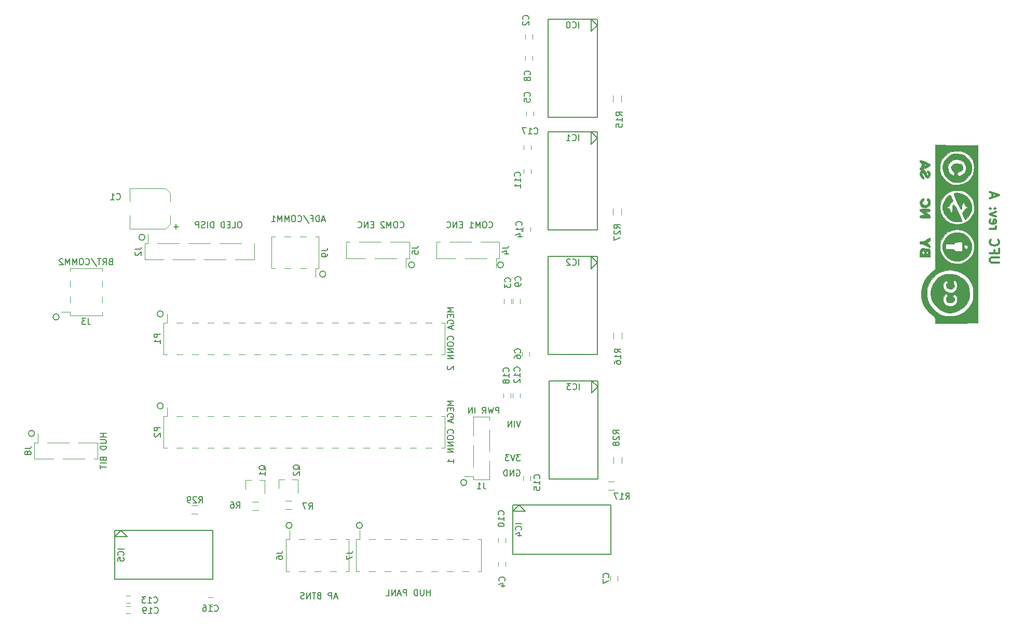
<source format=gbo>
G04 #@! TF.FileFunction,Legend,Bot*
%FSLAX46Y46*%
G04 Gerber Fmt 4.6, Leading zero omitted, Abs format (unit mm)*
G04 Created by KiCad (PCBNEW 4.0.7) date 01/05/18 00:11:09*
%MOMM*%
%LPD*%
G01*
G04 APERTURE LIST*
%ADD10C,0.100000*%
%ADD11C,0.150000*%
%ADD12C,0.300000*%
%ADD13C,0.180000*%
%ADD14C,0.120000*%
%ADD15C,0.010000*%
G04 APERTURE END LIST*
D10*
D11*
X141000000Y-123000000D02*
G75*
G03X141000000Y-123000000I-500000J0D01*
G01*
X124000000Y-130000000D02*
G75*
G03X124000000Y-130000000I-500000J0D01*
G01*
X70500000Y-115000000D02*
G75*
G03X70500000Y-115000000I-500000J0D01*
G01*
X112500000Y-130000000D02*
G75*
G03X112500000Y-130000000I-500000J0D01*
G01*
X91500000Y-110500000D02*
G75*
G03X91500000Y-110500000I-500000J0D01*
G01*
X91500000Y-95500000D02*
G75*
G03X91500000Y-95500000I-500000J0D01*
G01*
X147000000Y-87500000D02*
G75*
G03X147000000Y-87500000I-500000J0D01*
G01*
X132500000Y-87500000D02*
G75*
G03X132500000Y-87500000I-500000J0D01*
G01*
X118000000Y-89000000D02*
G75*
G03X118000000Y-89000000I-500000J0D01*
G01*
X74500000Y-96000000D02*
G75*
G03X74500000Y-96000000I-500000J0D01*
G01*
X88500000Y-83000000D02*
G75*
G03X88500000Y-83000000I-500000J0D01*
G01*
D12*
X227821429Y-87142856D02*
X226607143Y-87142856D01*
X226464286Y-87071428D01*
X226392857Y-86999999D01*
X226321429Y-86857142D01*
X226321429Y-86571428D01*
X226392857Y-86428570D01*
X226464286Y-86357142D01*
X226607143Y-86285713D01*
X227821429Y-86285713D01*
X227107143Y-85071427D02*
X227107143Y-85571427D01*
X226321429Y-85571427D02*
X227821429Y-85571427D01*
X227821429Y-84857141D01*
X226464286Y-83428570D02*
X226392857Y-83499999D01*
X226321429Y-83714285D01*
X226321429Y-83857142D01*
X226392857Y-84071427D01*
X226535714Y-84214285D01*
X226678571Y-84285713D01*
X226964286Y-84357142D01*
X227178571Y-84357142D01*
X227464286Y-84285713D01*
X227607143Y-84214285D01*
X227750000Y-84071427D01*
X227821429Y-83857142D01*
X227821429Y-83714285D01*
X227750000Y-83499999D01*
X227678571Y-83428570D01*
X226321429Y-81642856D02*
X227321429Y-81642856D01*
X227035714Y-81642856D02*
X227178571Y-81571428D01*
X227250000Y-81499999D01*
X227321429Y-81357142D01*
X227321429Y-81214285D01*
X226392857Y-80142857D02*
X226321429Y-80285714D01*
X226321429Y-80571428D01*
X226392857Y-80714285D01*
X226535714Y-80785714D01*
X227107143Y-80785714D01*
X227250000Y-80714285D01*
X227321429Y-80571428D01*
X227321429Y-80285714D01*
X227250000Y-80142857D01*
X227107143Y-80071428D01*
X226964286Y-80071428D01*
X226821429Y-80785714D01*
X227321429Y-79571428D02*
X226321429Y-79214285D01*
X227321429Y-78857143D01*
X226464286Y-78285714D02*
X226392857Y-78214286D01*
X226321429Y-78285714D01*
X226392857Y-78357143D01*
X226464286Y-78285714D01*
X226321429Y-78285714D01*
X227250000Y-78285714D02*
X227178571Y-78214286D01*
X227107143Y-78285714D01*
X227178571Y-78357143D01*
X227250000Y-78285714D01*
X227107143Y-78285714D01*
X226750000Y-76500000D02*
X226750000Y-75785714D01*
X226321429Y-76642857D02*
X227821429Y-76142857D01*
X226321429Y-75642857D01*
D13*
X149119047Y-121000000D02*
X149214285Y-120952381D01*
X149357142Y-120952381D01*
X149500000Y-121000000D01*
X149595238Y-121095238D01*
X149642857Y-121190476D01*
X149690476Y-121380952D01*
X149690476Y-121523810D01*
X149642857Y-121714286D01*
X149595238Y-121809524D01*
X149500000Y-121904762D01*
X149357142Y-121952381D01*
X149261904Y-121952381D01*
X149119047Y-121904762D01*
X149071428Y-121857143D01*
X149071428Y-121523810D01*
X149261904Y-121523810D01*
X148642857Y-121952381D02*
X148642857Y-120952381D01*
X148071428Y-121952381D01*
X148071428Y-120952381D01*
X147595238Y-121952381D02*
X147595238Y-120952381D01*
X147357143Y-120952381D01*
X147214285Y-121000000D01*
X147119047Y-121095238D01*
X147071428Y-121190476D01*
X147023809Y-121380952D01*
X147023809Y-121523810D01*
X147071428Y-121714286D01*
X147119047Y-121809524D01*
X147214285Y-121904762D01*
X147357143Y-121952381D01*
X147595238Y-121952381D01*
X149738095Y-118452381D02*
X149119047Y-118452381D01*
X149452381Y-118833333D01*
X149309523Y-118833333D01*
X149214285Y-118880952D01*
X149166666Y-118928571D01*
X149119047Y-119023810D01*
X149119047Y-119261905D01*
X149166666Y-119357143D01*
X149214285Y-119404762D01*
X149309523Y-119452381D01*
X149595238Y-119452381D01*
X149690476Y-119404762D01*
X149738095Y-119357143D01*
X148833333Y-118452381D02*
X148500000Y-119452381D01*
X148166666Y-118452381D01*
X147928571Y-118452381D02*
X147309523Y-118452381D01*
X147642857Y-118833333D01*
X147499999Y-118833333D01*
X147404761Y-118880952D01*
X147357142Y-118928571D01*
X147309523Y-119023810D01*
X147309523Y-119261905D01*
X147357142Y-119357143D01*
X147404761Y-119404762D01*
X147499999Y-119452381D01*
X147785714Y-119452381D01*
X147880952Y-119404762D01*
X147928571Y-119357143D01*
X149785715Y-112952381D02*
X149452382Y-113952381D01*
X149119048Y-112952381D01*
X148785715Y-113952381D02*
X148785715Y-112952381D01*
X148309525Y-113952381D02*
X148309525Y-112952381D01*
X147738096Y-113952381D01*
X147738096Y-112952381D01*
D14*
X91539000Y-96917000D02*
X91539000Y-102117000D01*
X137379000Y-96917000D02*
X137379000Y-102117000D01*
X92109000Y-95477000D02*
X92109000Y-96917000D01*
X91539000Y-96917000D02*
X92109000Y-96917000D01*
X91539000Y-102117000D02*
X92109000Y-102117000D01*
X136809000Y-96917000D02*
X137379000Y-96917000D01*
X136809000Y-102117000D02*
X137379000Y-102117000D01*
X93629000Y-96917000D02*
X94649000Y-96917000D01*
X93629000Y-102117000D02*
X94649000Y-102117000D01*
X96169000Y-96917000D02*
X97189000Y-96917000D01*
X96169000Y-102117000D02*
X97189000Y-102117000D01*
X98709000Y-96917000D02*
X99729000Y-96917000D01*
X98709000Y-102117000D02*
X99729000Y-102117000D01*
X101249000Y-96917000D02*
X102269000Y-96917000D01*
X101249000Y-102117000D02*
X102269000Y-102117000D01*
X103789000Y-96917000D02*
X104809000Y-96917000D01*
X103789000Y-102117000D02*
X104809000Y-102117000D01*
X106329000Y-96917000D02*
X107349000Y-96917000D01*
X106329000Y-102117000D02*
X107349000Y-102117000D01*
X108869000Y-96917000D02*
X109889000Y-96917000D01*
X108869000Y-102117000D02*
X109889000Y-102117000D01*
X111409000Y-96917000D02*
X112429000Y-96917000D01*
X111409000Y-102117000D02*
X112429000Y-102117000D01*
X113949000Y-96917000D02*
X114969000Y-96917000D01*
X113949000Y-102117000D02*
X114969000Y-102117000D01*
X116489000Y-96917000D02*
X117509000Y-96917000D01*
X116489000Y-102117000D02*
X117509000Y-102117000D01*
X119029000Y-96917000D02*
X120049000Y-96917000D01*
X119029000Y-102117000D02*
X120049000Y-102117000D01*
X121569000Y-96917000D02*
X122589000Y-96917000D01*
X121569000Y-102117000D02*
X122589000Y-102117000D01*
X124109000Y-96917000D02*
X125129000Y-96917000D01*
X124109000Y-102117000D02*
X125129000Y-102117000D01*
X126649000Y-96917000D02*
X127669000Y-96917000D01*
X126649000Y-102117000D02*
X127669000Y-102117000D01*
X129189000Y-96917000D02*
X130209000Y-96917000D01*
X129189000Y-102117000D02*
X130209000Y-102117000D01*
X131729000Y-96917000D02*
X132749000Y-96917000D01*
X131729000Y-102117000D02*
X132749000Y-102117000D01*
X134269000Y-96917000D02*
X135289000Y-96917000D01*
X134269000Y-102117000D02*
X135289000Y-102117000D01*
X166180000Y-60900000D02*
X166180000Y-59900000D01*
X164820000Y-59900000D02*
X164820000Y-60900000D01*
D11*
X162299000Y-48401000D02*
X161299000Y-47401000D01*
X161299000Y-47401000D02*
X161299000Y-49401000D01*
X161299000Y-49401000D02*
X162299000Y-48401000D01*
X162299000Y-47401000D02*
X154299000Y-47401000D01*
X154299000Y-47401000D02*
X154299000Y-63401000D01*
X154299000Y-63401000D02*
X162299000Y-63401000D01*
X162299000Y-63401000D02*
X162299000Y-47401000D01*
X162299000Y-66787000D02*
X161299000Y-65787000D01*
X161299000Y-65787000D02*
X161299000Y-67787000D01*
X161299000Y-67787000D02*
X162299000Y-66787000D01*
X162299000Y-65787000D02*
X154299000Y-65787000D01*
X154299000Y-65787000D02*
X154299000Y-81787000D01*
X154299000Y-81787000D02*
X162299000Y-81787000D01*
X162299000Y-81787000D02*
X162299000Y-65787000D01*
X162299000Y-87107000D02*
X161299000Y-86107000D01*
X161299000Y-86107000D02*
X161299000Y-88107000D01*
X161299000Y-88107000D02*
X162299000Y-87107000D01*
X162299000Y-86107000D02*
X154299000Y-86107000D01*
X154299000Y-86107000D02*
X154299000Y-102107000D01*
X154299000Y-102107000D02*
X162299000Y-102107000D01*
X162299000Y-102107000D02*
X162299000Y-86107000D01*
X162400000Y-107400000D02*
X161400000Y-106400000D01*
X161400000Y-106400000D02*
X161400000Y-108400000D01*
X161400000Y-108400000D02*
X162400000Y-107400000D01*
X162400000Y-106400000D02*
X154400000Y-106400000D01*
X154400000Y-106400000D02*
X154400000Y-122400000D01*
X154400000Y-122400000D02*
X162400000Y-122400000D01*
X162400000Y-122400000D02*
X162400000Y-106400000D01*
X149500000Y-126700000D02*
X148500000Y-127700000D01*
X148500000Y-127700000D02*
X150500000Y-127700000D01*
X150500000Y-127700000D02*
X149500000Y-126700000D01*
X148500000Y-126700000D02*
X148500000Y-134700000D01*
X148500000Y-134700000D02*
X164500000Y-134700000D01*
X164500000Y-134700000D02*
X164500000Y-126700000D01*
X164500000Y-126700000D02*
X148500000Y-126700000D01*
X84600000Y-130800000D02*
X83600000Y-131800000D01*
X83600000Y-131800000D02*
X85600000Y-131800000D01*
X85600000Y-131800000D02*
X84600000Y-130800000D01*
X83600000Y-130800000D02*
X83600000Y-138800000D01*
X83600000Y-138800000D02*
X99600000Y-138800000D01*
X99600000Y-138800000D02*
X99600000Y-130800000D01*
X99600000Y-130800000D02*
X83600000Y-130800000D01*
D14*
X88450000Y-83970000D02*
X88450000Y-86630000D01*
X106350000Y-83970000D02*
X106350000Y-86630000D01*
X88450000Y-86630000D02*
X91560000Y-86630000D01*
X89020000Y-83970000D02*
X89020000Y-82450000D01*
X88450000Y-83970000D02*
X89020000Y-83970000D01*
X105780000Y-86630000D02*
X106350000Y-86630000D01*
X93080000Y-86630000D02*
X96640000Y-86630000D01*
X98160000Y-86630000D02*
X101720000Y-86630000D01*
X103240000Y-86630000D02*
X106350000Y-86630000D01*
X90540000Y-83970000D02*
X94100000Y-83970000D01*
X95620000Y-83970000D02*
X99180000Y-83970000D01*
X100700000Y-83970000D02*
X104260000Y-83970000D01*
X76300000Y-95770000D02*
X81500000Y-95770000D01*
X76300000Y-88030000D02*
X81500000Y-88030000D01*
X74860000Y-95200000D02*
X76300000Y-95200000D01*
X76300000Y-95770000D02*
X76300000Y-95200000D01*
X81500000Y-95770000D02*
X81500000Y-95200000D01*
X76300000Y-88600000D02*
X76300000Y-88030000D01*
X81500000Y-88600000D02*
X81500000Y-88030000D01*
X76300000Y-93680000D02*
X76300000Y-92660000D01*
X81500000Y-93680000D02*
X81500000Y-92660000D01*
X76300000Y-91140000D02*
X76300000Y-90120000D01*
X81500000Y-91140000D02*
X81500000Y-90120000D01*
X146340000Y-86430000D02*
X146340000Y-83770000D01*
X136060000Y-86430000D02*
X136060000Y-83770000D01*
X146340000Y-83770000D02*
X143230000Y-83770000D01*
X145770000Y-86430000D02*
X145770000Y-87950000D01*
X146340000Y-86430000D02*
X145770000Y-86430000D01*
X136630000Y-83770000D02*
X136060000Y-83770000D01*
X141710000Y-83770000D02*
X138150000Y-83770000D01*
X144250000Y-86430000D02*
X140690000Y-86430000D01*
X139170000Y-86430000D02*
X136060000Y-86430000D01*
X131640000Y-86430000D02*
X131640000Y-83770000D01*
X121360000Y-86430000D02*
X121360000Y-83770000D01*
X131640000Y-83770000D02*
X128530000Y-83770000D01*
X131070000Y-86430000D02*
X131070000Y-87950000D01*
X131640000Y-86430000D02*
X131070000Y-86430000D01*
X121930000Y-83770000D02*
X121360000Y-83770000D01*
X127010000Y-83770000D02*
X123450000Y-83770000D01*
X129550000Y-86430000D02*
X125990000Y-86430000D01*
X124470000Y-86430000D02*
X121360000Y-86430000D01*
X122931000Y-132282000D02*
X122931000Y-137482000D01*
X143371000Y-132282000D02*
X143371000Y-137482000D01*
X123501000Y-130842000D02*
X123501000Y-132282000D01*
X122931000Y-132282000D02*
X123501000Y-132282000D01*
X122931000Y-137482000D02*
X123501000Y-137482000D01*
X142801000Y-132282000D02*
X143371000Y-132282000D01*
X142801000Y-137482000D02*
X143371000Y-137482000D01*
X125021000Y-132282000D02*
X126041000Y-132282000D01*
X125021000Y-137482000D02*
X126041000Y-137482000D01*
X127561000Y-132282000D02*
X128581000Y-132282000D01*
X127561000Y-137482000D02*
X128581000Y-137482000D01*
X130101000Y-132282000D02*
X131121000Y-132282000D01*
X130101000Y-137482000D02*
X131121000Y-137482000D01*
X132641000Y-132282000D02*
X133661000Y-132282000D01*
X132641000Y-137482000D02*
X133661000Y-137482000D01*
X135181000Y-132282000D02*
X136201000Y-132282000D01*
X135181000Y-137482000D02*
X136201000Y-137482000D01*
X137721000Y-132282000D02*
X138741000Y-132282000D01*
X137721000Y-137482000D02*
X138741000Y-137482000D01*
X140261000Y-132282000D02*
X141281000Y-132282000D01*
X140261000Y-137482000D02*
X141281000Y-137482000D01*
X70460000Y-116470000D02*
X70460000Y-119130000D01*
X80740000Y-116470000D02*
X80740000Y-119130000D01*
X70460000Y-119130000D02*
X73570000Y-119130000D01*
X71030000Y-116470000D02*
X71030000Y-114950000D01*
X70460000Y-116470000D02*
X71030000Y-116470000D01*
X80170000Y-119130000D02*
X80740000Y-119130000D01*
X75090000Y-119130000D02*
X78650000Y-119130000D01*
X72550000Y-116470000D02*
X76110000Y-116470000D01*
X77630000Y-116470000D02*
X80740000Y-116470000D01*
X116870000Y-88100000D02*
X116870000Y-82900000D01*
X109130000Y-88100000D02*
X109130000Y-82900000D01*
X116300000Y-89540000D02*
X116300000Y-88100000D01*
X116870000Y-88100000D02*
X116300000Y-88100000D01*
X116870000Y-82900000D02*
X116300000Y-82900000D01*
X109700000Y-88100000D02*
X109130000Y-88100000D01*
X109700000Y-82900000D02*
X109130000Y-82900000D01*
X114780000Y-88100000D02*
X113760000Y-88100000D01*
X114780000Y-82900000D02*
X113760000Y-82900000D01*
X112240000Y-88100000D02*
X111220000Y-88100000D01*
X112240000Y-82900000D02*
X111220000Y-82900000D01*
X91539000Y-112157000D02*
X91539000Y-117357000D01*
X137379000Y-112157000D02*
X137379000Y-117357000D01*
X92109000Y-110717000D02*
X92109000Y-112157000D01*
X91539000Y-112157000D02*
X92109000Y-112157000D01*
X91539000Y-117357000D02*
X92109000Y-117357000D01*
X136809000Y-112157000D02*
X137379000Y-112157000D01*
X136809000Y-117357000D02*
X137379000Y-117357000D01*
X93629000Y-112157000D02*
X94649000Y-112157000D01*
X93629000Y-117357000D02*
X94649000Y-117357000D01*
X96169000Y-112157000D02*
X97189000Y-112157000D01*
X96169000Y-117357000D02*
X97189000Y-117357000D01*
X98709000Y-112157000D02*
X99729000Y-112157000D01*
X98709000Y-117357000D02*
X99729000Y-117357000D01*
X101249000Y-112157000D02*
X102269000Y-112157000D01*
X101249000Y-117357000D02*
X102269000Y-117357000D01*
X103789000Y-112157000D02*
X104809000Y-112157000D01*
X103789000Y-117357000D02*
X104809000Y-117357000D01*
X106329000Y-112157000D02*
X107349000Y-112157000D01*
X106329000Y-117357000D02*
X107349000Y-117357000D01*
X108869000Y-112157000D02*
X109889000Y-112157000D01*
X108869000Y-117357000D02*
X109889000Y-117357000D01*
X111409000Y-112157000D02*
X112429000Y-112157000D01*
X111409000Y-117357000D02*
X112429000Y-117357000D01*
X113949000Y-112157000D02*
X114969000Y-112157000D01*
X113949000Y-117357000D02*
X114969000Y-117357000D01*
X116489000Y-112157000D02*
X117509000Y-112157000D01*
X116489000Y-117357000D02*
X117509000Y-117357000D01*
X119029000Y-112157000D02*
X120049000Y-112157000D01*
X119029000Y-117357000D02*
X120049000Y-117357000D01*
X121569000Y-112157000D02*
X122589000Y-112157000D01*
X121569000Y-117357000D02*
X122589000Y-117357000D01*
X124109000Y-112157000D02*
X125129000Y-112157000D01*
X124109000Y-117357000D02*
X125129000Y-117357000D01*
X126649000Y-112157000D02*
X127669000Y-112157000D01*
X126649000Y-117357000D02*
X127669000Y-117357000D01*
X129189000Y-112157000D02*
X130209000Y-112157000D01*
X129189000Y-117357000D02*
X130209000Y-117357000D01*
X131729000Y-112157000D02*
X132749000Y-112157000D01*
X131729000Y-117357000D02*
X132749000Y-117357000D01*
X134269000Y-112157000D02*
X135289000Y-112157000D01*
X134269000Y-117357000D02*
X135289000Y-117357000D01*
X166280000Y-99600000D02*
X166280000Y-98600000D01*
X164920000Y-98600000D02*
X164920000Y-99600000D01*
X165050000Y-122870000D02*
X164050000Y-122870000D01*
X164050000Y-124230000D02*
X165050000Y-124230000D01*
X166180000Y-79300000D02*
X166180000Y-78300000D01*
X164820000Y-78300000D02*
X164820000Y-79300000D01*
X166280000Y-119900000D02*
X166280000Y-118900000D01*
X164920000Y-118900000D02*
X164920000Y-119900000D01*
X97100000Y-126720000D02*
X96100000Y-126720000D01*
X96100000Y-128080000D02*
X97100000Y-128080000D01*
X92600000Y-80840000D02*
X92600000Y-79420000D01*
X86000000Y-81600000D02*
X86000000Y-79420000D01*
X86000000Y-75000000D02*
X86000000Y-77180000D01*
X92600000Y-75760000D02*
X92600000Y-77180000D01*
X86000000Y-81600000D02*
X91840000Y-81600000D01*
X91840000Y-81600000D02*
X92600000Y-80840000D01*
X92600000Y-75760000D02*
X91840000Y-75000000D01*
X91840000Y-75000000D02*
X86000000Y-75000000D01*
X150700000Y-62500000D02*
X150700000Y-63200000D01*
X151900000Y-63200000D02*
X151900000Y-62500000D01*
X150000000Y-101650000D02*
X150000000Y-102350000D01*
X151200000Y-102350000D02*
X151200000Y-101650000D01*
X164400000Y-138300000D02*
X164400000Y-139000000D01*
X165600000Y-139000000D02*
X165600000Y-138300000D01*
X150500000Y-53450000D02*
X150500000Y-54150000D01*
X151700000Y-54150000D02*
X151700000Y-53450000D01*
X148498000Y-93085364D02*
X148498000Y-93785364D01*
X149698000Y-93785364D02*
X149698000Y-93085364D01*
X147300000Y-132800000D02*
X147300000Y-132100000D01*
X146100000Y-132100000D02*
X146100000Y-132800000D01*
X150200000Y-81350000D02*
X150200000Y-82050000D01*
X151400000Y-82050000D02*
X151400000Y-81350000D01*
X150200000Y-121950000D02*
X150200000Y-122650000D01*
X151400000Y-122650000D02*
X151400000Y-121950000D01*
X98850000Y-142900000D02*
X99550000Y-142900000D01*
X99550000Y-141700000D02*
X98850000Y-141700000D01*
X151500000Y-68700000D02*
X151500000Y-68000000D01*
X150300000Y-68000000D02*
X150300000Y-68700000D01*
X148174000Y-109138000D02*
X148174000Y-108438000D01*
X146974000Y-108438000D02*
X146974000Y-109138000D01*
X86150000Y-143200000D02*
X85450000Y-143200000D01*
X85450000Y-144400000D02*
X86150000Y-144400000D01*
X151700000Y-50600000D02*
X151700000Y-49900000D01*
X150500000Y-49900000D02*
X150500000Y-50600000D01*
X147052000Y-93085364D02*
X147052000Y-93785364D01*
X148252000Y-93785364D02*
X148252000Y-93085364D01*
X146100000Y-135950000D02*
X146100000Y-136650000D01*
X147300000Y-136650000D02*
X147300000Y-135950000D01*
X150300000Y-71900000D02*
X150300000Y-72600000D01*
X151500000Y-72600000D02*
X151500000Y-71900000D01*
X149698000Y-109138000D02*
X149698000Y-108438000D01*
X148498000Y-108438000D02*
X148498000Y-109138000D01*
X86150000Y-141500000D02*
X85450000Y-141500000D01*
X85450000Y-142700000D02*
X86150000Y-142700000D01*
X104920000Y-122640000D02*
X105850000Y-122640000D01*
X108080000Y-122640000D02*
X107150000Y-122640000D01*
X108080000Y-122640000D02*
X108080000Y-124800000D01*
X104920000Y-122640000D02*
X104920000Y-124100000D01*
X110320000Y-122540000D02*
X111250000Y-122540000D01*
X113480000Y-122540000D02*
X112550000Y-122540000D01*
X113480000Y-122540000D02*
X113480000Y-124700000D01*
X110320000Y-122540000D02*
X110320000Y-124000000D01*
X106000000Y-127480000D02*
X107000000Y-127480000D01*
X107000000Y-126120000D02*
X106000000Y-126120000D01*
X112400000Y-126020000D02*
X111400000Y-126020000D01*
X111400000Y-127380000D02*
X112400000Y-127380000D01*
X111501000Y-132282000D02*
X111501000Y-137482000D01*
X121781000Y-132282000D02*
X121781000Y-137482000D01*
X112071000Y-130842000D02*
X112071000Y-132282000D01*
X111501000Y-132282000D02*
X112071000Y-132282000D01*
X111501000Y-137482000D02*
X112071000Y-137482000D01*
X121211000Y-132282000D02*
X121781000Y-132282000D01*
X121211000Y-137482000D02*
X121781000Y-137482000D01*
X113591000Y-132282000D02*
X114611000Y-132282000D01*
X113591000Y-137482000D02*
X114611000Y-137482000D01*
X116131000Y-132282000D02*
X117151000Y-132282000D01*
X116131000Y-137482000D02*
X117151000Y-137482000D01*
X118671000Y-132282000D02*
X119691000Y-132282000D01*
X118671000Y-137482000D02*
X119691000Y-137482000D01*
X142065000Y-122550000D02*
X144725000Y-122550000D01*
X142065000Y-112270000D02*
X144725000Y-112270000D01*
X144725000Y-122550000D02*
X144725000Y-119440000D01*
X142065000Y-121980000D02*
X140545000Y-121980000D01*
X142065000Y-122550000D02*
X142065000Y-121980000D01*
X144725000Y-112840000D02*
X144725000Y-112270000D01*
X144725000Y-117920000D02*
X144725000Y-114360000D01*
X142065000Y-120460000D02*
X142065000Y-116900000D01*
X142065000Y-115380000D02*
X142065000Y-112270000D01*
D15*
G36*
X216611868Y-85646136D02*
X216580940Y-85187706D01*
X216479733Y-84922623D01*
X216290144Y-84819294D01*
X216138628Y-84820309D01*
X215804548Y-84807960D01*
X215581712Y-84758231D01*
X215286968Y-84759943D01*
X215057545Y-84958331D01*
X214916245Y-85323110D01*
X214881818Y-85687790D01*
X214881818Y-86194545D01*
X215459091Y-86194545D01*
X215459091Y-85732727D01*
X215273934Y-85679992D01*
X215247529Y-85483833D01*
X215249015Y-85472954D01*
X215343379Y-85269852D01*
X215459091Y-85213181D01*
X215608450Y-85311460D01*
X215669166Y-85472954D01*
X215647809Y-85675588D01*
X215469424Y-85732666D01*
X215459091Y-85732727D01*
X215459091Y-86194545D01*
X216094091Y-86194545D01*
X216094091Y-85732727D01*
X215953052Y-85636473D01*
X215920909Y-85501818D01*
X215993099Y-85313767D01*
X216094091Y-85270909D01*
X216235129Y-85367163D01*
X216267273Y-85501818D01*
X216195082Y-85689869D01*
X216094091Y-85732727D01*
X216094091Y-86194545D01*
X216613636Y-86194545D01*
X216611868Y-85646136D01*
X216611868Y-85646136D01*
G37*
X216611868Y-85646136D02*
X216580940Y-85187706D01*
X216479733Y-84922623D01*
X216290144Y-84819294D01*
X216138628Y-84820309D01*
X215804548Y-84807960D01*
X215581712Y-84758231D01*
X215286968Y-84759943D01*
X215057545Y-84958331D01*
X214916245Y-85323110D01*
X214881818Y-85687790D01*
X214881818Y-86194545D01*
X215459091Y-86194545D01*
X215459091Y-85732727D01*
X215273934Y-85679992D01*
X215247529Y-85483833D01*
X215249015Y-85472954D01*
X215343379Y-85269852D01*
X215459091Y-85213181D01*
X215608450Y-85311460D01*
X215669166Y-85472954D01*
X215647809Y-85675588D01*
X215469424Y-85732666D01*
X215459091Y-85732727D01*
X215459091Y-86194545D01*
X216094091Y-86194545D01*
X216094091Y-85732727D01*
X215953052Y-85636473D01*
X215920909Y-85501818D01*
X215993099Y-85313767D01*
X216094091Y-85270909D01*
X216235129Y-85367163D01*
X216267273Y-85501818D01*
X216195082Y-85689869D01*
X216094091Y-85732727D01*
X216094091Y-86194545D01*
X216613636Y-86194545D01*
X216611868Y-85646136D01*
G36*
X216112811Y-83361042D02*
X215738592Y-83537226D01*
X215374034Y-83641944D01*
X215246902Y-83654545D01*
X214985097Y-83686836D01*
X214888040Y-83809117D01*
X214881818Y-83885454D01*
X214935812Y-84054039D01*
X215137173Y-84113802D01*
X215230476Y-84116363D01*
X215544574Y-84178557D01*
X215914024Y-84334462D01*
X216036364Y-84405000D01*
X216356651Y-84600653D01*
X216529387Y-84674222D01*
X216599928Y-84630531D01*
X216613629Y-84474406D01*
X216613636Y-84466414D01*
X216514903Y-84246306D01*
X216296302Y-84072924D01*
X215978967Y-83906656D01*
X216296302Y-83762068D01*
X216554855Y-83558880D01*
X216613636Y-83342510D01*
X216613636Y-83067539D01*
X216112811Y-83361042D01*
X216112811Y-83361042D01*
G37*
X216112811Y-83361042D02*
X215738592Y-83537226D01*
X215374034Y-83641944D01*
X215246902Y-83654545D01*
X214985097Y-83686836D01*
X214888040Y-83809117D01*
X214881818Y-83885454D01*
X214935812Y-84054039D01*
X215137173Y-84113802D01*
X215230476Y-84116363D01*
X215544574Y-84178557D01*
X215914024Y-84334462D01*
X216036364Y-84405000D01*
X216356651Y-84600653D01*
X216529387Y-84674222D01*
X216599928Y-84630531D01*
X216613629Y-84474406D01*
X216613636Y-84466414D01*
X216514903Y-84246306D01*
X216296302Y-84072924D01*
X215978967Y-83906656D01*
X216296302Y-83762068D01*
X216554855Y-83558880D01*
X216613636Y-83342510D01*
X216613636Y-83067539D01*
X216112811Y-83361042D01*
G36*
X216591410Y-78452904D02*
X216492996Y-78385607D01*
X216270790Y-78353374D01*
X215877185Y-78343894D01*
X215747727Y-78343636D01*
X215301095Y-78350471D01*
X215038886Y-78378180D01*
X214914835Y-78437570D01*
X214882676Y-78539444D01*
X214882649Y-78545681D01*
X214973959Y-78721057D01*
X215205769Y-78943209D01*
X215373331Y-79063398D01*
X215863182Y-79379069D01*
X215372500Y-79380898D01*
X215058812Y-79399238D01*
X214915141Y-79469991D01*
X214881818Y-79613636D01*
X214902270Y-79731697D01*
X214995526Y-79800968D01*
X215209438Y-79834210D01*
X215591858Y-79844183D01*
X215747727Y-79844545D01*
X216190136Y-79839247D01*
X216449688Y-79814680D01*
X216574348Y-79757837D01*
X216612084Y-79655713D01*
X216613636Y-79609742D01*
X216505229Y-79375291D01*
X216199759Y-79130476D01*
X216180682Y-79119060D01*
X215747727Y-78863181D01*
X216180682Y-78827348D01*
X216476941Y-78775335D01*
X216599747Y-78663397D01*
X216613636Y-78567576D01*
X216591410Y-78452904D01*
X216591410Y-78452904D01*
G37*
X216591410Y-78452904D02*
X216492996Y-78385607D01*
X216270790Y-78353374D01*
X215877185Y-78343894D01*
X215747727Y-78343636D01*
X215301095Y-78350471D01*
X215038886Y-78378180D01*
X214914835Y-78437570D01*
X214882676Y-78539444D01*
X214882649Y-78545681D01*
X214973959Y-78721057D01*
X215205769Y-78943209D01*
X215373331Y-79063398D01*
X215863182Y-79379069D01*
X215372500Y-79380898D01*
X215058812Y-79399238D01*
X214915141Y-79469991D01*
X214881818Y-79613636D01*
X214902270Y-79731697D01*
X214995526Y-79800968D01*
X215209438Y-79834210D01*
X215591858Y-79844183D01*
X215747727Y-79844545D01*
X216190136Y-79839247D01*
X216449688Y-79814680D01*
X216574348Y-79757837D01*
X216612084Y-79655713D01*
X216613636Y-79609742D01*
X216505229Y-79375291D01*
X216199759Y-79130476D01*
X216180682Y-79119060D01*
X215747727Y-78863181D01*
X216180682Y-78827348D01*
X216476941Y-78775335D01*
X216599747Y-78663397D01*
X216613636Y-78567576D01*
X216591410Y-78452904D01*
G36*
X216549239Y-77019750D02*
X216387713Y-76745220D01*
X216176556Y-76614367D01*
X216143571Y-76611818D01*
X216056442Y-76708590D01*
X216036364Y-76842727D01*
X216084713Y-77030337D01*
X216151818Y-77073636D01*
X216238850Y-77172372D01*
X216267273Y-77360073D01*
X216192229Y-77609988D01*
X215989390Y-77716254D01*
X215698863Y-77724438D01*
X215446240Y-77629061D01*
X215273258Y-77472771D01*
X215221655Y-77298217D01*
X215333169Y-77148050D01*
X215401364Y-77115387D01*
X215527062Y-76986668D01*
X215573578Y-76793798D01*
X215528964Y-76641015D01*
X215459091Y-76611818D01*
X215252686Y-76707484D01*
X215045422Y-76936432D01*
X214905442Y-77211584D01*
X214881818Y-77349482D01*
X214955120Y-77649953D01*
X215083864Y-77868680D01*
X215412494Y-78117428D01*
X215787092Y-78187545D01*
X216148910Y-78098485D01*
X216439198Y-77869701D01*
X216599210Y-77520644D01*
X216613636Y-77362139D01*
X216549239Y-77019750D01*
X216549239Y-77019750D01*
G37*
X216549239Y-77019750D02*
X216387713Y-76745220D01*
X216176556Y-76614367D01*
X216143571Y-76611818D01*
X216056442Y-76708590D01*
X216036364Y-76842727D01*
X216084713Y-77030337D01*
X216151818Y-77073636D01*
X216238850Y-77172372D01*
X216267273Y-77360073D01*
X216192229Y-77609988D01*
X215989390Y-77716254D01*
X215698863Y-77724438D01*
X215446240Y-77629061D01*
X215273258Y-77472771D01*
X215221655Y-77298217D01*
X215333169Y-77148050D01*
X215401364Y-77115387D01*
X215527062Y-76986668D01*
X215573578Y-76793798D01*
X215528964Y-76641015D01*
X215459091Y-76611818D01*
X215252686Y-76707484D01*
X215045422Y-76936432D01*
X214905442Y-77211584D01*
X214881818Y-77349482D01*
X214955120Y-77649953D01*
X215083864Y-77868680D01*
X215412494Y-78117428D01*
X215787092Y-78187545D01*
X216148910Y-78098485D01*
X216439198Y-77869701D01*
X216599210Y-77520644D01*
X216613636Y-77362139D01*
X216549239Y-77019750D01*
G36*
X216587976Y-72503024D02*
X216563278Y-72385984D01*
X216444835Y-72195748D01*
X216262775Y-72107580D01*
X216099405Y-72137679D01*
X216036364Y-72282272D01*
X216098706Y-72435916D01*
X216151818Y-72455454D01*
X216245623Y-72552153D01*
X216267273Y-72686363D01*
X216224359Y-72885205D01*
X216125865Y-72890038D01*
X216017164Y-72714525D01*
X215981871Y-72600418D01*
X215821019Y-72201961D01*
X215586093Y-72013322D01*
X215453201Y-71993636D01*
X215160057Y-72090570D01*
X214966180Y-72336931D01*
X214889438Y-72666057D01*
X214947705Y-73011289D01*
X215112727Y-73263636D01*
X215319499Y-73433147D01*
X215459091Y-73494545D01*
X215560382Y-73410357D01*
X215563802Y-73227284D01*
X215481300Y-73049563D01*
X215401364Y-72990976D01*
X215270909Y-72856453D01*
X215231984Y-72655870D01*
X215289196Y-72492611D01*
X215377488Y-72455454D01*
X215509298Y-72554397D01*
X215629120Y-72795175D01*
X215637261Y-72820885D01*
X215816151Y-73183658D01*
X216043120Y-73353712D01*
X216275977Y-73350861D01*
X216472532Y-73194920D01*
X216590595Y-72905702D01*
X216587976Y-72503024D01*
X216587976Y-72503024D01*
G37*
X216587976Y-72503024D02*
X216563278Y-72385984D01*
X216444835Y-72195748D01*
X216262775Y-72107580D01*
X216099405Y-72137679D01*
X216036364Y-72282272D01*
X216098706Y-72435916D01*
X216151818Y-72455454D01*
X216245623Y-72552153D01*
X216267273Y-72686363D01*
X216224359Y-72885205D01*
X216125865Y-72890038D01*
X216017164Y-72714525D01*
X215981871Y-72600418D01*
X215821019Y-72201961D01*
X215586093Y-72013322D01*
X215453201Y-71993636D01*
X215160057Y-72090570D01*
X214966180Y-72336931D01*
X214889438Y-72666057D01*
X214947705Y-73011289D01*
X215112727Y-73263636D01*
X215319499Y-73433147D01*
X215459091Y-73494545D01*
X215560382Y-73410357D01*
X215563802Y-73227284D01*
X215481300Y-73049563D01*
X215401364Y-72990976D01*
X215270909Y-72856453D01*
X215231984Y-72655870D01*
X215289196Y-72492611D01*
X215377488Y-72455454D01*
X215509298Y-72554397D01*
X215629120Y-72795175D01*
X215637261Y-72820885D01*
X215816151Y-73183658D01*
X216043120Y-73353712D01*
X216275977Y-73350861D01*
X216472532Y-73194920D01*
X216590595Y-72905702D01*
X216587976Y-72503024D01*
G36*
X216407712Y-70929185D02*
X216014118Y-70749128D01*
X215509718Y-70564409D01*
X215182947Y-70455838D01*
X214995276Y-70418355D01*
X214908177Y-70446899D01*
X214883121Y-70536409D01*
X214881818Y-70600401D01*
X214952199Y-70794543D01*
X215055000Y-70839091D01*
X215192850Y-70941752D01*
X215228182Y-71173102D01*
X215172709Y-71443624D01*
X215055000Y-71573569D01*
X214925118Y-71697026D01*
X214881473Y-71869276D01*
X214941992Y-71985418D01*
X214983217Y-71993636D01*
X215135893Y-71955598D01*
X215438175Y-71855929D01*
X215747727Y-71744033D01*
X215747727Y-71300909D01*
X215594084Y-71238567D01*
X215574545Y-71185454D01*
X215668059Y-71083025D01*
X215747727Y-71070000D01*
X215901371Y-71132342D01*
X215920909Y-71185454D01*
X215827396Y-71287883D01*
X215747727Y-71300909D01*
X215747727Y-71744033D01*
X215820263Y-71717812D01*
X216308392Y-71502348D01*
X216568122Y-71303525D01*
X216600785Y-71114689D01*
X216407712Y-70929185D01*
X216407712Y-70929185D01*
G37*
X216407712Y-70929185D02*
X216014118Y-70749128D01*
X215509718Y-70564409D01*
X215182947Y-70455838D01*
X214995276Y-70418355D01*
X214908177Y-70446899D01*
X214883121Y-70536409D01*
X214881818Y-70600401D01*
X214952199Y-70794543D01*
X215055000Y-70839091D01*
X215192850Y-70941752D01*
X215228182Y-71173102D01*
X215172709Y-71443624D01*
X215055000Y-71573569D01*
X214925118Y-71697026D01*
X214881473Y-71869276D01*
X214941992Y-71985418D01*
X214983217Y-71993636D01*
X215135893Y-71955598D01*
X215438175Y-71855929D01*
X215747727Y-71744033D01*
X215747727Y-71300909D01*
X215594084Y-71238567D01*
X215574545Y-71185454D01*
X215668059Y-71083025D01*
X215747727Y-71070000D01*
X215901371Y-71132342D01*
X215920909Y-71185454D01*
X215827396Y-71287883D01*
X215747727Y-71300909D01*
X215747727Y-71744033D01*
X215820263Y-71717812D01*
X216308392Y-71502348D01*
X216568122Y-71303525D01*
X216600785Y-71114689D01*
X216407712Y-70929185D01*
G36*
X220914318Y-67979898D02*
X217421818Y-67949341D01*
X217421818Y-88223438D01*
X216852783Y-88648263D01*
X216170483Y-89293085D01*
X215645908Y-90069780D01*
X215291901Y-90936884D01*
X215121303Y-91852931D01*
X215146956Y-92776458D01*
X215335992Y-93545669D01*
X215763391Y-94427592D01*
X216355121Y-95191669D01*
X216852783Y-95632646D01*
X217170130Y-95883208D01*
X217340787Y-96077678D01*
X217409683Y-96288807D01*
X217421818Y-96554064D01*
X217421818Y-97050658D01*
X219802388Y-97029831D01*
X219802388Y-95887784D01*
X219043405Y-95821915D01*
X218376811Y-95642405D01*
X218225365Y-95575479D01*
X217532294Y-95121554D01*
X216913485Y-94500876D01*
X216422567Y-93776676D01*
X216144328Y-93121818D01*
X216064759Y-92651720D01*
X216053999Y-92060653D01*
X216108869Y-91447047D01*
X216214561Y-90947309D01*
X216402443Y-90497630D01*
X216688045Y-90012468D01*
X216878425Y-89754927D01*
X217537543Y-89117039D01*
X218288625Y-88670376D01*
X219099231Y-88411629D01*
X219936919Y-88337492D01*
X220769248Y-88444659D01*
X220907998Y-88494457D01*
X220907998Y-87335967D01*
X220154983Y-87210824D01*
X219532776Y-86936461D01*
X218924031Y-86455085D01*
X218486477Y-85846255D01*
X218230835Y-85148555D01*
X218167826Y-84400570D01*
X218308173Y-83640885D01*
X218493673Y-83197021D01*
X218925038Y-82594412D01*
X219495784Y-82143646D01*
X220163705Y-81853934D01*
X220886594Y-81734486D01*
X220968337Y-81741155D01*
X220968337Y-80882508D01*
X220275408Y-80819533D01*
X219693505Y-80606141D01*
X219134968Y-80209573D01*
X219110478Y-80188213D01*
X218601618Y-79598658D01*
X218281297Y-78912972D01*
X218157995Y-78174406D01*
X218240191Y-77426211D01*
X218456990Y-76854841D01*
X218829477Y-76316459D01*
X219328034Y-75845756D01*
X219868478Y-75522123D01*
X219871519Y-75520851D01*
X220392196Y-75387313D01*
X221000909Y-75348683D01*
X221000909Y-74459794D01*
X220282834Y-74387966D01*
X219673018Y-74154694D01*
X219114863Y-73733297D01*
X218831760Y-73437235D01*
X218395587Y-72818246D01*
X218174588Y-72177802D01*
X218161083Y-71478726D01*
X218296412Y-70845863D01*
X218554281Y-70284435D01*
X218957867Y-69754604D01*
X219447836Y-69318841D01*
X219964854Y-69039619D01*
X220032940Y-69017486D01*
X220834393Y-68885012D01*
X221610860Y-68953076D01*
X222325564Y-69205685D01*
X222941725Y-69626846D01*
X223422566Y-70200566D01*
X223616132Y-70575610D01*
X223726636Y-71018178D01*
X223765850Y-71579970D01*
X223734835Y-72160927D01*
X223634653Y-72660991D01*
X223592785Y-72776662D01*
X223197304Y-73439708D01*
X222642134Y-73955025D01*
X221961345Y-74300489D01*
X221189007Y-74453974D01*
X221000909Y-74459794D01*
X221000909Y-75348683D01*
X221017575Y-75347625D01*
X221644942Y-75400018D01*
X222171583Y-75542725D01*
X222213182Y-75561164D01*
X222779944Y-75928127D01*
X223269395Y-76437625D01*
X223592785Y-76983337D01*
X223712840Y-77441195D01*
X223764036Y-78008982D01*
X223745311Y-78586641D01*
X223655604Y-79074112D01*
X223616132Y-79184390D01*
X223224054Y-79834134D01*
X222668020Y-80348512D01*
X221986840Y-80702633D01*
X221219324Y-80871608D01*
X220968337Y-80882508D01*
X220968337Y-81741155D01*
X221622243Y-81794512D01*
X222328444Y-82043223D01*
X222707773Y-82277454D01*
X223217585Y-82788266D01*
X223570227Y-83426515D01*
X223755672Y-84141685D01*
X223763895Y-84883262D01*
X223584872Y-85600728D01*
X223430609Y-85919760D01*
X222950858Y-86541118D01*
X222344677Y-86991009D01*
X221650810Y-87259327D01*
X220907998Y-87335967D01*
X220907998Y-88494457D01*
X221563778Y-88729820D01*
X222288067Y-89189671D01*
X222909675Y-89820903D01*
X223291022Y-90408636D01*
X223435862Y-90705484D01*
X223526830Y-90981385D01*
X223576090Y-91304841D01*
X223595808Y-91744356D01*
X223598547Y-92140454D01*
X223593020Y-92687487D01*
X223567454Y-93072697D01*
X223508526Y-93365073D01*
X223402913Y-93633605D01*
X223256164Y-93913306D01*
X222726591Y-94648835D01*
X222046174Y-95246120D01*
X221264133Y-95662138D01*
X221248801Y-95667936D01*
X220566580Y-95837347D01*
X219802388Y-95887784D01*
X219802388Y-97029831D01*
X220914318Y-97020102D01*
X224406818Y-96989545D01*
X224406818Y-68010454D01*
X220914318Y-67979898D01*
X220914318Y-67979898D01*
G37*
X220914318Y-67979898D02*
X217421818Y-67949341D01*
X217421818Y-88223438D01*
X216852783Y-88648263D01*
X216170483Y-89293085D01*
X215645908Y-90069780D01*
X215291901Y-90936884D01*
X215121303Y-91852931D01*
X215146956Y-92776458D01*
X215335992Y-93545669D01*
X215763391Y-94427592D01*
X216355121Y-95191669D01*
X216852783Y-95632646D01*
X217170130Y-95883208D01*
X217340787Y-96077678D01*
X217409683Y-96288807D01*
X217421818Y-96554064D01*
X217421818Y-97050658D01*
X219802388Y-97029831D01*
X219802388Y-95887784D01*
X219043405Y-95821915D01*
X218376811Y-95642405D01*
X218225365Y-95575479D01*
X217532294Y-95121554D01*
X216913485Y-94500876D01*
X216422567Y-93776676D01*
X216144328Y-93121818D01*
X216064759Y-92651720D01*
X216053999Y-92060653D01*
X216108869Y-91447047D01*
X216214561Y-90947309D01*
X216402443Y-90497630D01*
X216688045Y-90012468D01*
X216878425Y-89754927D01*
X217537543Y-89117039D01*
X218288625Y-88670376D01*
X219099231Y-88411629D01*
X219936919Y-88337492D01*
X220769248Y-88444659D01*
X220907998Y-88494457D01*
X220907998Y-87335967D01*
X220154983Y-87210824D01*
X219532776Y-86936461D01*
X218924031Y-86455085D01*
X218486477Y-85846255D01*
X218230835Y-85148555D01*
X218167826Y-84400570D01*
X218308173Y-83640885D01*
X218493673Y-83197021D01*
X218925038Y-82594412D01*
X219495784Y-82143646D01*
X220163705Y-81853934D01*
X220886594Y-81734486D01*
X220968337Y-81741155D01*
X220968337Y-80882508D01*
X220275408Y-80819533D01*
X219693505Y-80606141D01*
X219134968Y-80209573D01*
X219110478Y-80188213D01*
X218601618Y-79598658D01*
X218281297Y-78912972D01*
X218157995Y-78174406D01*
X218240191Y-77426211D01*
X218456990Y-76854841D01*
X218829477Y-76316459D01*
X219328034Y-75845756D01*
X219868478Y-75522123D01*
X219871519Y-75520851D01*
X220392196Y-75387313D01*
X221000909Y-75348683D01*
X221000909Y-74459794D01*
X220282834Y-74387966D01*
X219673018Y-74154694D01*
X219114863Y-73733297D01*
X218831760Y-73437235D01*
X218395587Y-72818246D01*
X218174588Y-72177802D01*
X218161083Y-71478726D01*
X218296412Y-70845863D01*
X218554281Y-70284435D01*
X218957867Y-69754604D01*
X219447836Y-69318841D01*
X219964854Y-69039619D01*
X220032940Y-69017486D01*
X220834393Y-68885012D01*
X221610860Y-68953076D01*
X222325564Y-69205685D01*
X222941725Y-69626846D01*
X223422566Y-70200566D01*
X223616132Y-70575610D01*
X223726636Y-71018178D01*
X223765850Y-71579970D01*
X223734835Y-72160927D01*
X223634653Y-72660991D01*
X223592785Y-72776662D01*
X223197304Y-73439708D01*
X222642134Y-73955025D01*
X221961345Y-74300489D01*
X221189007Y-74453974D01*
X221000909Y-74459794D01*
X221000909Y-75348683D01*
X221017575Y-75347625D01*
X221644942Y-75400018D01*
X222171583Y-75542725D01*
X222213182Y-75561164D01*
X222779944Y-75928127D01*
X223269395Y-76437625D01*
X223592785Y-76983337D01*
X223712840Y-77441195D01*
X223764036Y-78008982D01*
X223745311Y-78586641D01*
X223655604Y-79074112D01*
X223616132Y-79184390D01*
X223224054Y-79834134D01*
X222668020Y-80348512D01*
X221986840Y-80702633D01*
X221219324Y-80871608D01*
X220968337Y-80882508D01*
X220968337Y-81741155D01*
X221622243Y-81794512D01*
X222328444Y-82043223D01*
X222707773Y-82277454D01*
X223217585Y-82788266D01*
X223570227Y-83426515D01*
X223755672Y-84141685D01*
X223763895Y-84883262D01*
X223584872Y-85600728D01*
X223430609Y-85919760D01*
X222950858Y-86541118D01*
X222344677Y-86991009D01*
X221650810Y-87259327D01*
X220907998Y-87335967D01*
X220907998Y-88494457D01*
X221563778Y-88729820D01*
X222288067Y-89189671D01*
X222909675Y-89820903D01*
X223291022Y-90408636D01*
X223435862Y-90705484D01*
X223526830Y-90981385D01*
X223576090Y-91304841D01*
X223595808Y-91744356D01*
X223598547Y-92140454D01*
X223593020Y-92687487D01*
X223567454Y-93072697D01*
X223508526Y-93365073D01*
X223402913Y-93633605D01*
X223256164Y-93913306D01*
X222726591Y-94648835D01*
X222046174Y-95246120D01*
X221264133Y-95662138D01*
X221248801Y-95667936D01*
X220566580Y-95837347D01*
X219802388Y-95887784D01*
X219802388Y-97029831D01*
X220914318Y-97020102D01*
X224406818Y-96989545D01*
X224406818Y-68010454D01*
X220914318Y-67979898D01*
G36*
X222972151Y-91423701D02*
X222813538Y-90849029D01*
X222512799Y-90342163D01*
X222078647Y-89866544D01*
X221427270Y-89382096D01*
X220696399Y-89080585D01*
X219927354Y-88961414D01*
X219161458Y-89023987D01*
X218440029Y-89267706D01*
X217804388Y-89691974D01*
X217566005Y-89931733D01*
X217083982Y-90620012D01*
X216772580Y-91370311D01*
X216646254Y-92132826D01*
X216718137Y-92852580D01*
X217004303Y-93547898D01*
X217471291Y-94194611D01*
X218069087Y-94738370D01*
X218747676Y-95124826D01*
X218843750Y-95162353D01*
X219588361Y-95319403D01*
X219792386Y-95306461D01*
X219792386Y-94277927D01*
X219390128Y-94182530D01*
X219049179Y-93963744D01*
X218803326Y-93651840D01*
X218686355Y-93277092D01*
X218732052Y-92869771D01*
X218964594Y-92471210D01*
X219237369Y-92154090D01*
X219372747Y-92407045D01*
X219439017Y-92600057D01*
X219396388Y-92660000D01*
X219269476Y-92759103D01*
X219192573Y-92993624D01*
X219191154Y-93269378D01*
X219210091Y-93348716D01*
X219376084Y-93534822D01*
X219677108Y-93647487D01*
X219748009Y-93651438D01*
X219748009Y-92036011D01*
X219443030Y-91967523D01*
X219017091Y-91724488D01*
X218760176Y-91363826D01*
X218687049Y-90937681D01*
X218812471Y-90498196D01*
X218964594Y-90277574D01*
X219148972Y-90075300D01*
X219250988Y-90036473D01*
X219337668Y-90148469D01*
X219366570Y-90201867D01*
X219435319Y-90400379D01*
X219340999Y-90502042D01*
X219316972Y-90511893D01*
X219182929Y-90679169D01*
X219174768Y-90897808D01*
X219299287Y-91194713D01*
X219549466Y-91383937D01*
X219861039Y-91460646D01*
X220169737Y-91420005D01*
X220411294Y-91257181D01*
X220518570Y-90998887D01*
X220503434Y-90709569D01*
X220429987Y-90531743D01*
X220364561Y-90334632D01*
X220404014Y-90122062D01*
X220523815Y-90006565D01*
X220544896Y-90004545D01*
X220711830Y-90106612D01*
X220867432Y-90362148D01*
X220974588Y-90695157D01*
X221000909Y-90938301D01*
X220903260Y-91426431D01*
X220636102Y-91789131D01*
X220238123Y-92000844D01*
X219748009Y-92036011D01*
X219748009Y-93651438D01*
X220023570Y-93666795D01*
X220296025Y-93590142D01*
X220441721Y-93430211D01*
X220530134Y-93188301D01*
X220548113Y-92948367D01*
X220482507Y-92794362D01*
X220423636Y-92775454D01*
X220316142Y-92702290D01*
X220384054Y-92490920D01*
X220418356Y-92433681D01*
X220521680Y-92334473D01*
X220661899Y-92394200D01*
X220762952Y-92480439D01*
X220942812Y-92752549D01*
X221000805Y-93163910D01*
X221000909Y-93187176D01*
X220966698Y-93548537D01*
X220828596Y-93802990D01*
X220645687Y-93977464D01*
X220222168Y-94219663D01*
X219792386Y-94277927D01*
X219792386Y-95306461D01*
X220355654Y-95270730D01*
X221105106Y-95032703D01*
X221796195Y-94621688D01*
X222388400Y-94054054D01*
X222704677Y-93602807D01*
X222870698Y-93288213D01*
X222966434Y-92993344D01*
X223009955Y-92634224D01*
X223019365Y-92140454D01*
X222972151Y-91423701D01*
X222972151Y-91423701D01*
G37*
X222972151Y-91423701D02*
X222813538Y-90849029D01*
X222512799Y-90342163D01*
X222078647Y-89866544D01*
X221427270Y-89382096D01*
X220696399Y-89080585D01*
X219927354Y-88961414D01*
X219161458Y-89023987D01*
X218440029Y-89267706D01*
X217804388Y-89691974D01*
X217566005Y-89931733D01*
X217083982Y-90620012D01*
X216772580Y-91370311D01*
X216646254Y-92132826D01*
X216718137Y-92852580D01*
X217004303Y-93547898D01*
X217471291Y-94194611D01*
X218069087Y-94738370D01*
X218747676Y-95124826D01*
X218843750Y-95162353D01*
X219588361Y-95319403D01*
X219792386Y-95306461D01*
X219792386Y-94277927D01*
X219390128Y-94182530D01*
X219049179Y-93963744D01*
X218803326Y-93651840D01*
X218686355Y-93277092D01*
X218732052Y-92869771D01*
X218964594Y-92471210D01*
X219237369Y-92154090D01*
X219372747Y-92407045D01*
X219439017Y-92600057D01*
X219396388Y-92660000D01*
X219269476Y-92759103D01*
X219192573Y-92993624D01*
X219191154Y-93269378D01*
X219210091Y-93348716D01*
X219376084Y-93534822D01*
X219677108Y-93647487D01*
X219748009Y-93651438D01*
X219748009Y-92036011D01*
X219443030Y-91967523D01*
X219017091Y-91724488D01*
X218760176Y-91363826D01*
X218687049Y-90937681D01*
X218812471Y-90498196D01*
X218964594Y-90277574D01*
X219148972Y-90075300D01*
X219250988Y-90036473D01*
X219337668Y-90148469D01*
X219366570Y-90201867D01*
X219435319Y-90400379D01*
X219340999Y-90502042D01*
X219316972Y-90511893D01*
X219182929Y-90679169D01*
X219174768Y-90897808D01*
X219299287Y-91194713D01*
X219549466Y-91383937D01*
X219861039Y-91460646D01*
X220169737Y-91420005D01*
X220411294Y-91257181D01*
X220518570Y-90998887D01*
X220503434Y-90709569D01*
X220429987Y-90531743D01*
X220364561Y-90334632D01*
X220404014Y-90122062D01*
X220523815Y-90006565D01*
X220544896Y-90004545D01*
X220711830Y-90106612D01*
X220867432Y-90362148D01*
X220974588Y-90695157D01*
X221000909Y-90938301D01*
X220903260Y-91426431D01*
X220636102Y-91789131D01*
X220238123Y-92000844D01*
X219748009Y-92036011D01*
X219748009Y-93651438D01*
X220023570Y-93666795D01*
X220296025Y-93590142D01*
X220441721Y-93430211D01*
X220530134Y-93188301D01*
X220548113Y-92948367D01*
X220482507Y-92794362D01*
X220423636Y-92775454D01*
X220316142Y-92702290D01*
X220384054Y-92490920D01*
X220418356Y-92433681D01*
X220521680Y-92334473D01*
X220661899Y-92394200D01*
X220762952Y-92480439D01*
X220942812Y-92752549D01*
X221000805Y-93163910D01*
X221000909Y-93187176D01*
X220966698Y-93548537D01*
X220828596Y-93802990D01*
X220645687Y-93977464D01*
X220222168Y-94219663D01*
X219792386Y-94277927D01*
X219792386Y-95306461D01*
X220355654Y-95270730D01*
X221105106Y-95032703D01*
X221796195Y-94621688D01*
X222388400Y-94054054D01*
X222704677Y-93602807D01*
X222870698Y-93288213D01*
X222966434Y-92993344D01*
X223009955Y-92634224D01*
X223019365Y-92140454D01*
X222972151Y-91423701D01*
G36*
X223323523Y-84083539D02*
X223105309Y-83455587D01*
X222709308Y-82903755D01*
X222144649Y-82468566D01*
X222003688Y-82394912D01*
X221337406Y-82190405D01*
X220664018Y-82192343D01*
X220024644Y-82381352D01*
X219460399Y-82738061D01*
X219012403Y-83243096D01*
X218721771Y-83877084D01*
X218702016Y-83950514D01*
X218614863Y-84335758D01*
X218595261Y-84614497D01*
X218645772Y-84901801D01*
X218729555Y-85186805D01*
X219036550Y-85831522D01*
X219486316Y-86329295D01*
X220039732Y-86672165D01*
X220657679Y-86852176D01*
X221301037Y-86861371D01*
X221809091Y-86724539D01*
X221809091Y-85270909D01*
X221174091Y-85270909D01*
X220791148Y-85255361D01*
X220593993Y-85200804D01*
X220539091Y-85097727D01*
X220485891Y-84997168D01*
X220297299Y-84943179D01*
X219929829Y-84924887D01*
X219846364Y-84924545D01*
X219153636Y-84924545D01*
X219153636Y-84116363D01*
X219846364Y-84116363D01*
X220248599Y-84103063D01*
X220464557Y-84055915D01*
X220537725Y-83964048D01*
X220539091Y-83943181D01*
X220596100Y-83838743D01*
X220796141Y-83784973D01*
X221174091Y-83770000D01*
X221809091Y-83770000D01*
X221809091Y-85270909D01*
X221809091Y-86724539D01*
X221930685Y-86691790D01*
X222507504Y-86335478D01*
X222526619Y-86316121D01*
X222526619Y-84902360D01*
X222308388Y-84877328D01*
X222173215Y-84729473D01*
X222108350Y-84455876D01*
X222238816Y-84276659D01*
X222446822Y-84231818D01*
X222703095Y-84308122D01*
X222778549Y-84515134D01*
X222713064Y-84722500D01*
X222526619Y-84902360D01*
X222526619Y-86316121D01*
X222820144Y-86018875D01*
X223190070Y-85405707D01*
X223354820Y-84747087D01*
X223323523Y-84083539D01*
X223323523Y-84083539D01*
G37*
X223323523Y-84083539D02*
X223105309Y-83455587D01*
X222709308Y-82903755D01*
X222144649Y-82468566D01*
X222003688Y-82394912D01*
X221337406Y-82190405D01*
X220664018Y-82192343D01*
X220024644Y-82381352D01*
X219460399Y-82738061D01*
X219012403Y-83243096D01*
X218721771Y-83877084D01*
X218702016Y-83950514D01*
X218614863Y-84335758D01*
X218595261Y-84614497D01*
X218645772Y-84901801D01*
X218729555Y-85186805D01*
X219036550Y-85831522D01*
X219486316Y-86329295D01*
X220039732Y-86672165D01*
X220657679Y-86852176D01*
X221301037Y-86861371D01*
X221809091Y-86724539D01*
X221809091Y-85270909D01*
X221174091Y-85270909D01*
X220791148Y-85255361D01*
X220593993Y-85200804D01*
X220539091Y-85097727D01*
X220485891Y-84997168D01*
X220297299Y-84943179D01*
X219929829Y-84924887D01*
X219846364Y-84924545D01*
X219153636Y-84924545D01*
X219153636Y-84116363D01*
X219846364Y-84116363D01*
X220248599Y-84103063D01*
X220464557Y-84055915D01*
X220537725Y-83964048D01*
X220539091Y-83943181D01*
X220596100Y-83838743D01*
X220796141Y-83784973D01*
X221174091Y-83770000D01*
X221809091Y-83770000D01*
X221809091Y-85270909D01*
X221809091Y-86724539D01*
X221930685Y-86691790D01*
X222507504Y-86335478D01*
X222526619Y-86316121D01*
X222526619Y-84902360D01*
X222308388Y-84877328D01*
X222173215Y-84729473D01*
X222108350Y-84455876D01*
X222238816Y-84276659D01*
X222446822Y-84231818D01*
X222703095Y-84308122D01*
X222778549Y-84515134D01*
X222713064Y-84722500D01*
X222526619Y-84902360D01*
X222526619Y-86316121D01*
X222820144Y-86018875D01*
X223190070Y-85405707D01*
X223354820Y-84747087D01*
X223323523Y-84083539D01*
G36*
X221731118Y-80280376D02*
X221631795Y-80000152D01*
X221475129Y-79611849D01*
X221283082Y-79165188D01*
X221077614Y-78709889D01*
X220880685Y-78295675D01*
X220714255Y-77972264D01*
X220600286Y-77789379D01*
X220593404Y-77781566D01*
X220405931Y-77667603D01*
X220274002Y-77754232D01*
X220217088Y-78013968D01*
X220233125Y-78290085D01*
X220251292Y-78667040D01*
X220170120Y-78885934D01*
X220133191Y-78922410D01*
X219998066Y-78984131D01*
X219895552Y-78865941D01*
X219848277Y-78752760D01*
X219762014Y-78490932D01*
X219730909Y-78336120D01*
X219634143Y-78248399D01*
X219500000Y-78228181D01*
X219312390Y-78179832D01*
X219269091Y-78112727D01*
X219365790Y-78018922D01*
X219500000Y-77997272D01*
X219689996Y-77922698D01*
X219730909Y-77818843D01*
X219807621Y-77623689D01*
X219996000Y-77376684D01*
X220033313Y-77338009D01*
X220335717Y-77035605D01*
X220087002Y-76523674D01*
X219932066Y-76223759D01*
X219819848Y-76098151D01*
X219697614Y-76110903D01*
X219582552Y-76179809D01*
X219291471Y-76460379D01*
X219018492Y-76874897D01*
X218792883Y-77355072D01*
X218643909Y-77832612D01*
X218600837Y-78239225D01*
X218630504Y-78401363D01*
X218684358Y-78592807D01*
X218742377Y-78837229D01*
X218888673Y-79159222D01*
X219168095Y-79539299D01*
X219520453Y-79909250D01*
X219885560Y-80200867D01*
X220010869Y-80274757D01*
X220271720Y-80359333D01*
X220645297Y-80423111D01*
X221056168Y-80460542D01*
X221428906Y-80466076D01*
X221688079Y-80434162D01*
X221751139Y-80402800D01*
X221731118Y-80280376D01*
X221731118Y-80280376D01*
G37*
X221731118Y-80280376D02*
X221631795Y-80000152D01*
X221475129Y-79611849D01*
X221283082Y-79165188D01*
X221077614Y-78709889D01*
X220880685Y-78295675D01*
X220714255Y-77972264D01*
X220600286Y-77789379D01*
X220593404Y-77781566D01*
X220405931Y-77667603D01*
X220274002Y-77754232D01*
X220217088Y-78013968D01*
X220233125Y-78290085D01*
X220251292Y-78667040D01*
X220170120Y-78885934D01*
X220133191Y-78922410D01*
X219998066Y-78984131D01*
X219895552Y-78865941D01*
X219848277Y-78752760D01*
X219762014Y-78490932D01*
X219730909Y-78336120D01*
X219634143Y-78248399D01*
X219500000Y-78228181D01*
X219312390Y-78179832D01*
X219269091Y-78112727D01*
X219365790Y-78018922D01*
X219500000Y-77997272D01*
X219689996Y-77922698D01*
X219730909Y-77818843D01*
X219807621Y-77623689D01*
X219996000Y-77376684D01*
X220033313Y-77338009D01*
X220335717Y-77035605D01*
X220087002Y-76523674D01*
X219932066Y-76223759D01*
X219819848Y-76098151D01*
X219697614Y-76110903D01*
X219582552Y-76179809D01*
X219291471Y-76460379D01*
X219018492Y-76874897D01*
X218792883Y-77355072D01*
X218643909Y-77832612D01*
X218600837Y-78239225D01*
X218630504Y-78401363D01*
X218684358Y-78592807D01*
X218742377Y-78837229D01*
X218888673Y-79159222D01*
X219168095Y-79539299D01*
X219520453Y-79909250D01*
X219885560Y-80200867D01*
X220010869Y-80274757D01*
X220271720Y-80359333D01*
X220645297Y-80423111D01*
X221056168Y-80460542D01*
X221428906Y-80466076D01*
X221688079Y-80434162D01*
X221751139Y-80402800D01*
X221731118Y-80280376D01*
G36*
X223247186Y-77359231D02*
X222934913Y-76768468D01*
X222471678Y-76274583D01*
X221883891Y-75915883D01*
X221289545Y-75743243D01*
X220931089Y-75719254D01*
X220633680Y-75752074D01*
X220590684Y-75766142D01*
X220496169Y-75815529D01*
X220452661Y-75894460D01*
X220469238Y-76040082D01*
X220554975Y-76289541D01*
X220718948Y-76679984D01*
X220931748Y-77161994D01*
X221161520Y-77655163D01*
X221368370Y-78055673D01*
X221530628Y-78324461D01*
X221626625Y-78422463D01*
X221630609Y-78421819D01*
X221713678Y-78290794D01*
X221758475Y-78023480D01*
X221760137Y-77979716D01*
X221805451Y-77596233D01*
X221903312Y-77365649D01*
X222026328Y-77307843D01*
X222147108Y-77442696D01*
X222213182Y-77650909D01*
X222333882Y-77923782D01*
X222510992Y-77997272D01*
X222697359Y-78053613D01*
X222715128Y-78162055D01*
X222556712Y-78231727D01*
X222530682Y-78233068D01*
X222346797Y-78327005D01*
X222130999Y-78556100D01*
X222063857Y-78652705D01*
X221907893Y-78914365D01*
X221859066Y-79105608D01*
X221910820Y-79330735D01*
X222006130Y-79571022D01*
X222141901Y-79867100D01*
X222252062Y-80048368D01*
X222286338Y-80075021D01*
X222444570Y-79983573D01*
X222667165Y-79747567D01*
X222910392Y-79426494D01*
X223130520Y-79079842D01*
X223283817Y-78767100D01*
X223313188Y-78678160D01*
X223382082Y-78008564D01*
X223247186Y-77359231D01*
X223247186Y-77359231D01*
G37*
X223247186Y-77359231D02*
X222934913Y-76768468D01*
X222471678Y-76274583D01*
X221883891Y-75915883D01*
X221289545Y-75743243D01*
X220931089Y-75719254D01*
X220633680Y-75752074D01*
X220590684Y-75766142D01*
X220496169Y-75815529D01*
X220452661Y-75894460D01*
X220469238Y-76040082D01*
X220554975Y-76289541D01*
X220718948Y-76679984D01*
X220931748Y-77161994D01*
X221161520Y-77655163D01*
X221368370Y-78055673D01*
X221530628Y-78324461D01*
X221626625Y-78422463D01*
X221630609Y-78421819D01*
X221713678Y-78290794D01*
X221758475Y-78023480D01*
X221760137Y-77979716D01*
X221805451Y-77596233D01*
X221903312Y-77365649D01*
X222026328Y-77307843D01*
X222147108Y-77442696D01*
X222213182Y-77650909D01*
X222333882Y-77923782D01*
X222510992Y-77997272D01*
X222697359Y-78053613D01*
X222715128Y-78162055D01*
X222556712Y-78231727D01*
X222530682Y-78233068D01*
X222346797Y-78327005D01*
X222130999Y-78556100D01*
X222063857Y-78652705D01*
X221907893Y-78914365D01*
X221859066Y-79105608D01*
X221910820Y-79330735D01*
X222006130Y-79571022D01*
X222141901Y-79867100D01*
X222252062Y-80048368D01*
X222286338Y-80075021D01*
X222444570Y-79983573D01*
X222667165Y-79747567D01*
X222910392Y-79426494D01*
X223130520Y-79079842D01*
X223283817Y-78767100D01*
X223313188Y-78678160D01*
X223382082Y-78008564D01*
X223247186Y-77359231D01*
G36*
X223354588Y-71269272D02*
X223311739Y-71076459D01*
X223086349Y-70577703D01*
X222712404Y-70085785D01*
X222259667Y-69682750D01*
X221990975Y-69523231D01*
X221543196Y-69392708D01*
X220990390Y-69343150D01*
X220445142Y-69378306D01*
X220113652Y-69460717D01*
X219754753Y-69666495D01*
X219364273Y-69994566D01*
X219026330Y-70367391D01*
X218868802Y-70608181D01*
X218709041Y-71080501D01*
X218639657Y-71638440D01*
X218676175Y-72149177D01*
X218684440Y-72185263D01*
X218968997Y-72872974D01*
X219450298Y-73453448D01*
X219714526Y-73664018D01*
X220042442Y-73867095D01*
X220350476Y-73972156D01*
X220744002Y-74009372D01*
X220929813Y-74011980D01*
X221322539Y-73994857D01*
X221322539Y-72948343D01*
X221146973Y-72887879D01*
X221062296Y-72805862D01*
X220941619Y-72637569D01*
X220992871Y-72514310D01*
X221067371Y-72448205D01*
X221300220Y-72306770D01*
X221422387Y-72267843D01*
X221723526Y-72125728D01*
X221892626Y-71852051D01*
X221909859Y-71517061D01*
X221755398Y-71191005D01*
X221733470Y-71165682D01*
X221457057Y-71007449D01*
X221063696Y-70945571D01*
X220645736Y-70978863D01*
X220295526Y-71106140D01*
X220192727Y-71185454D01*
X219990224Y-71510596D01*
X220017302Y-71844536D01*
X220250454Y-72156706D01*
X220441633Y-72403207D01*
X220531321Y-72656701D01*
X220507958Y-72850084D01*
X220381479Y-72917272D01*
X220115602Y-72822625D01*
X219833003Y-72585985D01*
X219606254Y-72278300D01*
X219524672Y-72079634D01*
X219471419Y-71509303D01*
X219632878Y-71017688D01*
X219864686Y-70723076D01*
X220339383Y-70401707D01*
X220894136Y-70285824D01*
X221489166Y-70383532D01*
X221504537Y-70388896D01*
X221980896Y-70656802D01*
X222295643Y-71035398D01*
X222447152Y-71477564D01*
X222433797Y-71936184D01*
X222253952Y-72364138D01*
X221905990Y-72714308D01*
X221590416Y-72877314D01*
X221322539Y-72948343D01*
X221322539Y-73994857D01*
X221398409Y-73991549D01*
X221756784Y-73905692D01*
X222123179Y-73722492D01*
X222220353Y-73663642D01*
X222782280Y-73195721D01*
X223170005Y-72613718D01*
X223366462Y-71958085D01*
X223354588Y-71269272D01*
X223354588Y-71269272D01*
G37*
X223354588Y-71269272D02*
X223311739Y-71076459D01*
X223086349Y-70577703D01*
X222712404Y-70085785D01*
X222259667Y-69682750D01*
X221990975Y-69523231D01*
X221543196Y-69392708D01*
X220990390Y-69343150D01*
X220445142Y-69378306D01*
X220113652Y-69460717D01*
X219754753Y-69666495D01*
X219364273Y-69994566D01*
X219026330Y-70367391D01*
X218868802Y-70608181D01*
X218709041Y-71080501D01*
X218639657Y-71638440D01*
X218676175Y-72149177D01*
X218684440Y-72185263D01*
X218968997Y-72872974D01*
X219450298Y-73453448D01*
X219714526Y-73664018D01*
X220042442Y-73867095D01*
X220350476Y-73972156D01*
X220744002Y-74009372D01*
X220929813Y-74011980D01*
X221322539Y-73994857D01*
X221322539Y-72948343D01*
X221146973Y-72887879D01*
X221062296Y-72805862D01*
X220941619Y-72637569D01*
X220992871Y-72514310D01*
X221067371Y-72448205D01*
X221300220Y-72306770D01*
X221422387Y-72267843D01*
X221723526Y-72125728D01*
X221892626Y-71852051D01*
X221909859Y-71517061D01*
X221755398Y-71191005D01*
X221733470Y-71165682D01*
X221457057Y-71007449D01*
X221063696Y-70945571D01*
X220645736Y-70978863D01*
X220295526Y-71106140D01*
X220192727Y-71185454D01*
X219990224Y-71510596D01*
X220017302Y-71844536D01*
X220250454Y-72156706D01*
X220441633Y-72403207D01*
X220531321Y-72656701D01*
X220507958Y-72850084D01*
X220381479Y-72917272D01*
X220115602Y-72822625D01*
X219833003Y-72585985D01*
X219606254Y-72278300D01*
X219524672Y-72079634D01*
X219471419Y-71509303D01*
X219632878Y-71017688D01*
X219864686Y-70723076D01*
X220339383Y-70401707D01*
X220894136Y-70285824D01*
X221489166Y-70383532D01*
X221504537Y-70388896D01*
X221980896Y-70656802D01*
X222295643Y-71035398D01*
X222447152Y-71477564D01*
X222433797Y-71936184D01*
X222253952Y-72364138D01*
X221905990Y-72714308D01*
X221590416Y-72877314D01*
X221322539Y-72948343D01*
X221322539Y-73994857D01*
X221398409Y-73991549D01*
X221756784Y-73905692D01*
X222123179Y-73722492D01*
X222220353Y-73663642D01*
X222782280Y-73195721D01*
X223170005Y-72613718D01*
X223366462Y-71958085D01*
X223354588Y-71269272D01*
D11*
X90991381Y-98778905D02*
X89991381Y-98778905D01*
X89991381Y-99159858D01*
X90039000Y-99255096D01*
X90086619Y-99302715D01*
X90181857Y-99350334D01*
X90324714Y-99350334D01*
X90419952Y-99302715D01*
X90467571Y-99255096D01*
X90515190Y-99159858D01*
X90515190Y-98778905D01*
X90991381Y-100302715D02*
X90991381Y-99731286D01*
X90991381Y-100017000D02*
X89991381Y-100017000D01*
X90134238Y-99921762D01*
X90229476Y-99826524D01*
X90277095Y-99731286D01*
X138831381Y-94493190D02*
X137831381Y-94493190D01*
X138545667Y-94826524D01*
X137831381Y-95159857D01*
X138831381Y-95159857D01*
X138307571Y-95636047D02*
X138307571Y-95969381D01*
X138831381Y-96112238D02*
X138831381Y-95636047D01*
X137831381Y-95636047D01*
X137831381Y-96112238D01*
X137879000Y-97064619D02*
X137831381Y-96969381D01*
X137831381Y-96826524D01*
X137879000Y-96683666D01*
X137974238Y-96588428D01*
X138069476Y-96540809D01*
X138259952Y-96493190D01*
X138402810Y-96493190D01*
X138593286Y-96540809D01*
X138688524Y-96588428D01*
X138783762Y-96683666D01*
X138831381Y-96826524D01*
X138831381Y-96921762D01*
X138783762Y-97064619D01*
X138736143Y-97112238D01*
X138402810Y-97112238D01*
X138402810Y-96921762D01*
X138545667Y-97493190D02*
X138545667Y-97969381D01*
X138831381Y-97397952D02*
X137831381Y-97731285D01*
X138831381Y-98064619D01*
X138736143Y-99731286D02*
X138783762Y-99683667D01*
X138831381Y-99540810D01*
X138831381Y-99445572D01*
X138783762Y-99302714D01*
X138688524Y-99207476D01*
X138593286Y-99159857D01*
X138402810Y-99112238D01*
X138259952Y-99112238D01*
X138069476Y-99159857D01*
X137974238Y-99207476D01*
X137879000Y-99302714D01*
X137831381Y-99445572D01*
X137831381Y-99540810D01*
X137879000Y-99683667D01*
X137926619Y-99731286D01*
X137831381Y-100350333D02*
X137831381Y-100540810D01*
X137879000Y-100636048D01*
X137974238Y-100731286D01*
X138164714Y-100778905D01*
X138498048Y-100778905D01*
X138688524Y-100731286D01*
X138783762Y-100636048D01*
X138831381Y-100540810D01*
X138831381Y-100350333D01*
X138783762Y-100255095D01*
X138688524Y-100159857D01*
X138498048Y-100112238D01*
X138164714Y-100112238D01*
X137974238Y-100159857D01*
X137879000Y-100255095D01*
X137831381Y-100350333D01*
X138831381Y-101207476D02*
X137831381Y-101207476D01*
X138831381Y-101778905D01*
X137831381Y-101778905D01*
X138831381Y-102255095D02*
X137831381Y-102255095D01*
X138831381Y-102826524D01*
X137831381Y-102826524D01*
X137926619Y-104017000D02*
X137879000Y-104064619D01*
X137831381Y-104159857D01*
X137831381Y-104397953D01*
X137879000Y-104493191D01*
X137926619Y-104540810D01*
X138021857Y-104588429D01*
X138117095Y-104588429D01*
X138259952Y-104540810D01*
X138831381Y-103969381D01*
X138831381Y-104588429D01*
X166352381Y-63157143D02*
X165876190Y-62823809D01*
X166352381Y-62585714D02*
X165352381Y-62585714D01*
X165352381Y-62966667D01*
X165400000Y-63061905D01*
X165447619Y-63109524D01*
X165542857Y-63157143D01*
X165685714Y-63157143D01*
X165780952Y-63109524D01*
X165828571Y-63061905D01*
X165876190Y-62966667D01*
X165876190Y-62585714D01*
X166352381Y-64109524D02*
X166352381Y-63538095D01*
X166352381Y-63823809D02*
X165352381Y-63823809D01*
X165495238Y-63728571D01*
X165590476Y-63633333D01*
X165638095Y-63538095D01*
X165352381Y-65014286D02*
X165352381Y-64538095D01*
X165828571Y-64490476D01*
X165780952Y-64538095D01*
X165733333Y-64633333D01*
X165733333Y-64871429D01*
X165780952Y-64966667D01*
X165828571Y-65014286D01*
X165923810Y-65061905D01*
X166161905Y-65061905D01*
X166257143Y-65014286D01*
X166304762Y-64966667D01*
X166352381Y-64871429D01*
X166352381Y-64633333D01*
X166304762Y-64538095D01*
X166257143Y-64490476D01*
X159275190Y-48853381D02*
X159275190Y-47853381D01*
X158227571Y-48758143D02*
X158275190Y-48805762D01*
X158418047Y-48853381D01*
X158513285Y-48853381D01*
X158656143Y-48805762D01*
X158751381Y-48710524D01*
X158799000Y-48615286D01*
X158846619Y-48424810D01*
X158846619Y-48281952D01*
X158799000Y-48091476D01*
X158751381Y-47996238D01*
X158656143Y-47901000D01*
X158513285Y-47853381D01*
X158418047Y-47853381D01*
X158275190Y-47901000D01*
X158227571Y-47948619D01*
X157608524Y-47853381D02*
X157513285Y-47853381D01*
X157418047Y-47901000D01*
X157370428Y-47948619D01*
X157322809Y-48043857D01*
X157275190Y-48234333D01*
X157275190Y-48472429D01*
X157322809Y-48662905D01*
X157370428Y-48758143D01*
X157418047Y-48805762D01*
X157513285Y-48853381D01*
X157608524Y-48853381D01*
X157703762Y-48805762D01*
X157751381Y-48758143D01*
X157799000Y-48662905D01*
X157846619Y-48472429D01*
X157846619Y-48234333D01*
X157799000Y-48043857D01*
X157751381Y-47948619D01*
X157703762Y-47901000D01*
X157608524Y-47853381D01*
X159275190Y-67239381D02*
X159275190Y-66239381D01*
X158227571Y-67144143D02*
X158275190Y-67191762D01*
X158418047Y-67239381D01*
X158513285Y-67239381D01*
X158656143Y-67191762D01*
X158751381Y-67096524D01*
X158799000Y-67001286D01*
X158846619Y-66810810D01*
X158846619Y-66667952D01*
X158799000Y-66477476D01*
X158751381Y-66382238D01*
X158656143Y-66287000D01*
X158513285Y-66239381D01*
X158418047Y-66239381D01*
X158275190Y-66287000D01*
X158227571Y-66334619D01*
X157275190Y-67239381D02*
X157846619Y-67239381D01*
X157560905Y-67239381D02*
X157560905Y-66239381D01*
X157656143Y-66382238D01*
X157751381Y-66477476D01*
X157846619Y-66525095D01*
X159275190Y-87559381D02*
X159275190Y-86559381D01*
X158227571Y-87464143D02*
X158275190Y-87511762D01*
X158418047Y-87559381D01*
X158513285Y-87559381D01*
X158656143Y-87511762D01*
X158751381Y-87416524D01*
X158799000Y-87321286D01*
X158846619Y-87130810D01*
X158846619Y-86987952D01*
X158799000Y-86797476D01*
X158751381Y-86702238D01*
X158656143Y-86607000D01*
X158513285Y-86559381D01*
X158418047Y-86559381D01*
X158275190Y-86607000D01*
X158227571Y-86654619D01*
X157846619Y-86654619D02*
X157799000Y-86607000D01*
X157703762Y-86559381D01*
X157465666Y-86559381D01*
X157370428Y-86607000D01*
X157322809Y-86654619D01*
X157275190Y-86749857D01*
X157275190Y-86845095D01*
X157322809Y-86987952D01*
X157894238Y-87559381D01*
X157275190Y-87559381D01*
X159376190Y-107852381D02*
X159376190Y-106852381D01*
X158328571Y-107757143D02*
X158376190Y-107804762D01*
X158519047Y-107852381D01*
X158614285Y-107852381D01*
X158757143Y-107804762D01*
X158852381Y-107709524D01*
X158900000Y-107614286D01*
X158947619Y-107423810D01*
X158947619Y-107280952D01*
X158900000Y-107090476D01*
X158852381Y-106995238D01*
X158757143Y-106900000D01*
X158614285Y-106852381D01*
X158519047Y-106852381D01*
X158376190Y-106900000D01*
X158328571Y-106947619D01*
X157995238Y-106852381D02*
X157376190Y-106852381D01*
X157709524Y-107233333D01*
X157566666Y-107233333D01*
X157471428Y-107280952D01*
X157423809Y-107328571D01*
X157376190Y-107423810D01*
X157376190Y-107661905D01*
X157423809Y-107757143D01*
X157471428Y-107804762D01*
X157566666Y-107852381D01*
X157852381Y-107852381D01*
X157947619Y-107804762D01*
X157995238Y-107757143D01*
X149952381Y-129723810D02*
X148952381Y-129723810D01*
X149857143Y-130771429D02*
X149904762Y-130723810D01*
X149952381Y-130580953D01*
X149952381Y-130485715D01*
X149904762Y-130342857D01*
X149809524Y-130247619D01*
X149714286Y-130200000D01*
X149523810Y-130152381D01*
X149380952Y-130152381D01*
X149190476Y-130200000D01*
X149095238Y-130247619D01*
X149000000Y-130342857D01*
X148952381Y-130485715D01*
X148952381Y-130580953D01*
X149000000Y-130723810D01*
X149047619Y-130771429D01*
X149285714Y-131628572D02*
X149952381Y-131628572D01*
X148904762Y-131390476D02*
X149619048Y-131152381D01*
X149619048Y-131771429D01*
X85052381Y-133823810D02*
X84052381Y-133823810D01*
X84957143Y-134871429D02*
X85004762Y-134823810D01*
X85052381Y-134680953D01*
X85052381Y-134585715D01*
X85004762Y-134442857D01*
X84909524Y-134347619D01*
X84814286Y-134300000D01*
X84623810Y-134252381D01*
X84480952Y-134252381D01*
X84290476Y-134300000D01*
X84195238Y-134347619D01*
X84100000Y-134442857D01*
X84052381Y-134585715D01*
X84052381Y-134680953D01*
X84100000Y-134823810D01*
X84147619Y-134871429D01*
X84052381Y-135776191D02*
X84052381Y-135300000D01*
X84528571Y-135252381D01*
X84480952Y-135300000D01*
X84433333Y-135395238D01*
X84433333Y-135633334D01*
X84480952Y-135728572D01*
X84528571Y-135776191D01*
X84623810Y-135823810D01*
X84861905Y-135823810D01*
X84957143Y-135776191D01*
X85004762Y-135728572D01*
X85052381Y-135633334D01*
X85052381Y-135395238D01*
X85004762Y-135300000D01*
X84957143Y-135252381D01*
X86902381Y-84966667D02*
X87616667Y-84966667D01*
X87759524Y-84919047D01*
X87854762Y-84823809D01*
X87902381Y-84680952D01*
X87902381Y-84585714D01*
X86997619Y-85395238D02*
X86950000Y-85442857D01*
X86902381Y-85538095D01*
X86902381Y-85776191D01*
X86950000Y-85871429D01*
X86997619Y-85919048D01*
X87092857Y-85966667D01*
X87188095Y-85966667D01*
X87330952Y-85919048D01*
X87902381Y-85347619D01*
X87902381Y-85966667D01*
X104047619Y-80452381D02*
X103857142Y-80452381D01*
X103761904Y-80500000D01*
X103666666Y-80595238D01*
X103619047Y-80785714D01*
X103619047Y-81119048D01*
X103666666Y-81309524D01*
X103761904Y-81404762D01*
X103857142Y-81452381D01*
X104047619Y-81452381D01*
X104142857Y-81404762D01*
X104238095Y-81309524D01*
X104285714Y-81119048D01*
X104285714Y-80785714D01*
X104238095Y-80595238D01*
X104142857Y-80500000D01*
X104047619Y-80452381D01*
X102714285Y-81452381D02*
X103190476Y-81452381D01*
X103190476Y-80452381D01*
X102380952Y-80928571D02*
X102047618Y-80928571D01*
X101904761Y-81452381D02*
X102380952Y-81452381D01*
X102380952Y-80452381D01*
X101904761Y-80452381D01*
X101476190Y-81452381D02*
X101476190Y-80452381D01*
X101238095Y-80452381D01*
X101095237Y-80500000D01*
X100999999Y-80595238D01*
X100952380Y-80690476D01*
X100904761Y-80880952D01*
X100904761Y-81023810D01*
X100952380Y-81214286D01*
X100999999Y-81309524D01*
X101095237Y-81404762D01*
X101238095Y-81452381D01*
X101476190Y-81452381D01*
X99714285Y-81452381D02*
X99714285Y-80452381D01*
X99476190Y-80452381D01*
X99333332Y-80500000D01*
X99238094Y-80595238D01*
X99190475Y-80690476D01*
X99142856Y-80880952D01*
X99142856Y-81023810D01*
X99190475Y-81214286D01*
X99238094Y-81309524D01*
X99333332Y-81404762D01*
X99476190Y-81452381D01*
X99714285Y-81452381D01*
X98714285Y-81452381D02*
X98714285Y-80452381D01*
X98285714Y-81404762D02*
X98142857Y-81452381D01*
X97904761Y-81452381D01*
X97809523Y-81404762D01*
X97761904Y-81357143D01*
X97714285Y-81261905D01*
X97714285Y-81166667D01*
X97761904Y-81071429D01*
X97809523Y-81023810D01*
X97904761Y-80976190D01*
X98095238Y-80928571D01*
X98190476Y-80880952D01*
X98238095Y-80833333D01*
X98285714Y-80738095D01*
X98285714Y-80642857D01*
X98238095Y-80547619D01*
X98190476Y-80500000D01*
X98095238Y-80452381D01*
X97857142Y-80452381D01*
X97714285Y-80500000D01*
X97285714Y-81452381D02*
X97285714Y-80452381D01*
X96904761Y-80452381D01*
X96809523Y-80500000D01*
X96761904Y-80547619D01*
X96714285Y-80642857D01*
X96714285Y-80785714D01*
X96761904Y-80880952D01*
X96809523Y-80928571D01*
X96904761Y-80976190D01*
X97285714Y-80976190D01*
X79233333Y-96222381D02*
X79233333Y-96936667D01*
X79280953Y-97079524D01*
X79376191Y-97174762D01*
X79519048Y-97222381D01*
X79614286Y-97222381D01*
X78852381Y-96222381D02*
X78233333Y-96222381D01*
X78566667Y-96603333D01*
X78423809Y-96603333D01*
X78328571Y-96650952D01*
X78280952Y-96698571D01*
X78233333Y-96793810D01*
X78233333Y-97031905D01*
X78280952Y-97127143D01*
X78328571Y-97174762D01*
X78423809Y-97222381D01*
X78709524Y-97222381D01*
X78804762Y-97174762D01*
X78852381Y-97127143D01*
X82876190Y-86958571D02*
X82733333Y-87006190D01*
X82685714Y-87053810D01*
X82638095Y-87149048D01*
X82638095Y-87291905D01*
X82685714Y-87387143D01*
X82733333Y-87434762D01*
X82828571Y-87482381D01*
X83209524Y-87482381D01*
X83209524Y-86482381D01*
X82876190Y-86482381D01*
X82780952Y-86530000D01*
X82733333Y-86577619D01*
X82685714Y-86672857D01*
X82685714Y-86768095D01*
X82733333Y-86863333D01*
X82780952Y-86910952D01*
X82876190Y-86958571D01*
X83209524Y-86958571D01*
X81638095Y-87482381D02*
X81971429Y-87006190D01*
X82209524Y-87482381D02*
X82209524Y-86482381D01*
X81828571Y-86482381D01*
X81733333Y-86530000D01*
X81685714Y-86577619D01*
X81638095Y-86672857D01*
X81638095Y-86815714D01*
X81685714Y-86910952D01*
X81733333Y-86958571D01*
X81828571Y-87006190D01*
X82209524Y-87006190D01*
X81352381Y-86482381D02*
X80780952Y-86482381D01*
X81066667Y-87482381D02*
X81066667Y-86482381D01*
X79733333Y-86434762D02*
X80590476Y-87720476D01*
X78828571Y-87387143D02*
X78876190Y-87434762D01*
X79019047Y-87482381D01*
X79114285Y-87482381D01*
X79257143Y-87434762D01*
X79352381Y-87339524D01*
X79400000Y-87244286D01*
X79447619Y-87053810D01*
X79447619Y-86910952D01*
X79400000Y-86720476D01*
X79352381Y-86625238D01*
X79257143Y-86530000D01*
X79114285Y-86482381D01*
X79019047Y-86482381D01*
X78876190Y-86530000D01*
X78828571Y-86577619D01*
X78209524Y-86482381D02*
X78019047Y-86482381D01*
X77923809Y-86530000D01*
X77828571Y-86625238D01*
X77780952Y-86815714D01*
X77780952Y-87149048D01*
X77828571Y-87339524D01*
X77923809Y-87434762D01*
X78019047Y-87482381D01*
X78209524Y-87482381D01*
X78304762Y-87434762D01*
X78400000Y-87339524D01*
X78447619Y-87149048D01*
X78447619Y-86815714D01*
X78400000Y-86625238D01*
X78304762Y-86530000D01*
X78209524Y-86482381D01*
X77352381Y-87482381D02*
X77352381Y-86482381D01*
X77019047Y-87196667D01*
X76685714Y-86482381D01*
X76685714Y-87482381D01*
X76209524Y-87482381D02*
X76209524Y-86482381D01*
X75876190Y-87196667D01*
X75542857Y-86482381D01*
X75542857Y-87482381D01*
X75114286Y-86577619D02*
X75066667Y-86530000D01*
X74971429Y-86482381D01*
X74733333Y-86482381D01*
X74638095Y-86530000D01*
X74590476Y-86577619D01*
X74542857Y-86672857D01*
X74542857Y-86768095D01*
X74590476Y-86910952D01*
X75161905Y-87482381D01*
X74542857Y-87482381D01*
X146792381Y-84766667D02*
X147506667Y-84766667D01*
X147649524Y-84719047D01*
X147744762Y-84623809D01*
X147792381Y-84480952D01*
X147792381Y-84385714D01*
X147125714Y-85671429D02*
X147792381Y-85671429D01*
X146744762Y-85433333D02*
X147459048Y-85195238D01*
X147459048Y-85814286D01*
X144619047Y-81357143D02*
X144666666Y-81404762D01*
X144809523Y-81452381D01*
X144904761Y-81452381D01*
X145047619Y-81404762D01*
X145142857Y-81309524D01*
X145190476Y-81214286D01*
X145238095Y-81023810D01*
X145238095Y-80880952D01*
X145190476Y-80690476D01*
X145142857Y-80595238D01*
X145047619Y-80500000D01*
X144904761Y-80452381D01*
X144809523Y-80452381D01*
X144666666Y-80500000D01*
X144619047Y-80547619D01*
X144000000Y-80452381D02*
X143809523Y-80452381D01*
X143714285Y-80500000D01*
X143619047Y-80595238D01*
X143571428Y-80785714D01*
X143571428Y-81119048D01*
X143619047Y-81309524D01*
X143714285Y-81404762D01*
X143809523Y-81452381D01*
X144000000Y-81452381D01*
X144095238Y-81404762D01*
X144190476Y-81309524D01*
X144238095Y-81119048D01*
X144238095Y-80785714D01*
X144190476Y-80595238D01*
X144095238Y-80500000D01*
X144000000Y-80452381D01*
X143142857Y-81452381D02*
X143142857Y-80452381D01*
X142809523Y-81166667D01*
X142476190Y-80452381D01*
X142476190Y-81452381D01*
X141476190Y-81452381D02*
X142047619Y-81452381D01*
X141761905Y-81452381D02*
X141761905Y-80452381D01*
X141857143Y-80595238D01*
X141952381Y-80690476D01*
X142047619Y-80738095D01*
X140285714Y-80928571D02*
X139952380Y-80928571D01*
X139809523Y-81452381D02*
X140285714Y-81452381D01*
X140285714Y-80452381D01*
X139809523Y-80452381D01*
X139380952Y-81452381D02*
X139380952Y-80452381D01*
X138809523Y-81452381D01*
X138809523Y-80452381D01*
X137761904Y-81357143D02*
X137809523Y-81404762D01*
X137952380Y-81452381D01*
X138047618Y-81452381D01*
X138190476Y-81404762D01*
X138285714Y-81309524D01*
X138333333Y-81214286D01*
X138380952Y-81023810D01*
X138380952Y-80880952D01*
X138333333Y-80690476D01*
X138285714Y-80595238D01*
X138190476Y-80500000D01*
X138047618Y-80452381D01*
X137952380Y-80452381D01*
X137809523Y-80500000D01*
X137761904Y-80547619D01*
X132092381Y-84766667D02*
X132806667Y-84766667D01*
X132949524Y-84719047D01*
X133044762Y-84623809D01*
X133092381Y-84480952D01*
X133092381Y-84385714D01*
X132092381Y-85719048D02*
X132092381Y-85242857D01*
X132568571Y-85195238D01*
X132520952Y-85242857D01*
X132473333Y-85338095D01*
X132473333Y-85576191D01*
X132520952Y-85671429D01*
X132568571Y-85719048D01*
X132663810Y-85766667D01*
X132901905Y-85766667D01*
X132997143Y-85719048D01*
X133044762Y-85671429D01*
X133092381Y-85576191D01*
X133092381Y-85338095D01*
X133044762Y-85242857D01*
X132997143Y-85195238D01*
X130119047Y-81357143D02*
X130166666Y-81404762D01*
X130309523Y-81452381D01*
X130404761Y-81452381D01*
X130547619Y-81404762D01*
X130642857Y-81309524D01*
X130690476Y-81214286D01*
X130738095Y-81023810D01*
X130738095Y-80880952D01*
X130690476Y-80690476D01*
X130642857Y-80595238D01*
X130547619Y-80500000D01*
X130404761Y-80452381D01*
X130309523Y-80452381D01*
X130166666Y-80500000D01*
X130119047Y-80547619D01*
X129500000Y-80452381D02*
X129309523Y-80452381D01*
X129214285Y-80500000D01*
X129119047Y-80595238D01*
X129071428Y-80785714D01*
X129071428Y-81119048D01*
X129119047Y-81309524D01*
X129214285Y-81404762D01*
X129309523Y-81452381D01*
X129500000Y-81452381D01*
X129595238Y-81404762D01*
X129690476Y-81309524D01*
X129738095Y-81119048D01*
X129738095Y-80785714D01*
X129690476Y-80595238D01*
X129595238Y-80500000D01*
X129500000Y-80452381D01*
X128642857Y-81452381D02*
X128642857Y-80452381D01*
X128309523Y-81166667D01*
X127976190Y-80452381D01*
X127976190Y-81452381D01*
X127547619Y-80547619D02*
X127500000Y-80500000D01*
X127404762Y-80452381D01*
X127166666Y-80452381D01*
X127071428Y-80500000D01*
X127023809Y-80547619D01*
X126976190Y-80642857D01*
X126976190Y-80738095D01*
X127023809Y-80880952D01*
X127595238Y-81452381D01*
X126976190Y-81452381D01*
X125785714Y-80928571D02*
X125452380Y-80928571D01*
X125309523Y-81452381D02*
X125785714Y-81452381D01*
X125785714Y-80452381D01*
X125309523Y-80452381D01*
X124880952Y-81452381D02*
X124880952Y-80452381D01*
X124309523Y-81452381D01*
X124309523Y-80452381D01*
X123261904Y-81357143D02*
X123309523Y-81404762D01*
X123452380Y-81452381D01*
X123547618Y-81452381D01*
X123690476Y-81404762D01*
X123785714Y-81309524D01*
X123833333Y-81214286D01*
X123880952Y-81023810D01*
X123880952Y-80880952D01*
X123833333Y-80690476D01*
X123785714Y-80595238D01*
X123690476Y-80500000D01*
X123547618Y-80452381D01*
X123452380Y-80452381D01*
X123309523Y-80500000D01*
X123261904Y-80547619D01*
X121383381Y-134548667D02*
X122097667Y-134548667D01*
X122240524Y-134501047D01*
X122335762Y-134405809D01*
X122383381Y-134262952D01*
X122383381Y-134167714D01*
X121383381Y-134929619D02*
X121383381Y-135596286D01*
X122383381Y-135167714D01*
X135047619Y-141452381D02*
X135047619Y-140452381D01*
X135047619Y-140928571D02*
X134476190Y-140928571D01*
X134476190Y-141452381D02*
X134476190Y-140452381D01*
X134000000Y-140452381D02*
X134000000Y-141261905D01*
X133952381Y-141357143D01*
X133904762Y-141404762D01*
X133809524Y-141452381D01*
X133619047Y-141452381D01*
X133523809Y-141404762D01*
X133476190Y-141357143D01*
X133428571Y-141261905D01*
X133428571Y-140452381D01*
X132952381Y-141452381D02*
X132952381Y-140452381D01*
X132714286Y-140452381D01*
X132571428Y-140500000D01*
X132476190Y-140595238D01*
X132428571Y-140690476D01*
X132380952Y-140880952D01*
X132380952Y-141023810D01*
X132428571Y-141214286D01*
X132476190Y-141309524D01*
X132571428Y-141404762D01*
X132714286Y-141452381D01*
X132952381Y-141452381D01*
X131190476Y-141452381D02*
X131190476Y-140452381D01*
X130809523Y-140452381D01*
X130714285Y-140500000D01*
X130666666Y-140547619D01*
X130619047Y-140642857D01*
X130619047Y-140785714D01*
X130666666Y-140880952D01*
X130714285Y-140928571D01*
X130809523Y-140976190D01*
X131190476Y-140976190D01*
X130238095Y-141166667D02*
X129761904Y-141166667D01*
X130333333Y-141452381D02*
X130000000Y-140452381D01*
X129666666Y-141452381D01*
X129333333Y-141452381D02*
X129333333Y-140452381D01*
X128761904Y-141452381D01*
X128761904Y-140452381D01*
X127809523Y-141452381D02*
X128285714Y-141452381D01*
X128285714Y-140452381D01*
X68912381Y-117466667D02*
X69626667Y-117466667D01*
X69769524Y-117419047D01*
X69864762Y-117323809D01*
X69912381Y-117180952D01*
X69912381Y-117085714D01*
X69340952Y-118085714D02*
X69293333Y-117990476D01*
X69245714Y-117942857D01*
X69150476Y-117895238D01*
X69102857Y-117895238D01*
X69007619Y-117942857D01*
X68960000Y-117990476D01*
X68912381Y-118085714D01*
X68912381Y-118276191D01*
X68960000Y-118371429D01*
X69007619Y-118419048D01*
X69102857Y-118466667D01*
X69150476Y-118466667D01*
X69245714Y-118419048D01*
X69293333Y-118371429D01*
X69340952Y-118276191D01*
X69340952Y-118085714D01*
X69388571Y-117990476D01*
X69436190Y-117942857D01*
X69531429Y-117895238D01*
X69721905Y-117895238D01*
X69817143Y-117942857D01*
X69864762Y-117990476D01*
X69912381Y-118085714D01*
X69912381Y-118276191D01*
X69864762Y-118371429D01*
X69817143Y-118419048D01*
X69721905Y-118466667D01*
X69531429Y-118466667D01*
X69436190Y-118419048D01*
X69388571Y-118371429D01*
X69340952Y-118276191D01*
X82192381Y-114990476D02*
X81192381Y-114990476D01*
X81668571Y-114990476D02*
X81668571Y-115561905D01*
X82192381Y-115561905D02*
X81192381Y-115561905D01*
X81192381Y-116038095D02*
X82001905Y-116038095D01*
X82097143Y-116085714D01*
X82144762Y-116133333D01*
X82192381Y-116228571D01*
X82192381Y-116419048D01*
X82144762Y-116514286D01*
X82097143Y-116561905D01*
X82001905Y-116609524D01*
X81192381Y-116609524D01*
X82192381Y-117085714D02*
X81192381Y-117085714D01*
X81192381Y-117323809D01*
X81240000Y-117466667D01*
X81335238Y-117561905D01*
X81430476Y-117609524D01*
X81620952Y-117657143D01*
X81763810Y-117657143D01*
X81954286Y-117609524D01*
X82049524Y-117561905D01*
X82144762Y-117466667D01*
X82192381Y-117323809D01*
X82192381Y-117085714D01*
X81668571Y-119180953D02*
X81716190Y-119323810D01*
X81763810Y-119371429D01*
X81859048Y-119419048D01*
X82001905Y-119419048D01*
X82097143Y-119371429D01*
X82144762Y-119323810D01*
X82192381Y-119228572D01*
X82192381Y-118847619D01*
X81192381Y-118847619D01*
X81192381Y-119180953D01*
X81240000Y-119276191D01*
X81287619Y-119323810D01*
X81382857Y-119371429D01*
X81478095Y-119371429D01*
X81573333Y-119323810D01*
X81620952Y-119276191D01*
X81668571Y-119180953D01*
X81668571Y-118847619D01*
X82192381Y-119847619D02*
X81192381Y-119847619D01*
X81192381Y-120180952D02*
X81192381Y-120752381D01*
X82192381Y-120466666D02*
X81192381Y-120466666D01*
X117322381Y-85166667D02*
X118036667Y-85166667D01*
X118179524Y-85119047D01*
X118274762Y-85023809D01*
X118322381Y-84880952D01*
X118322381Y-84785714D01*
X118322381Y-85690476D02*
X118322381Y-85880952D01*
X118274762Y-85976191D01*
X118227143Y-86023810D01*
X118084286Y-86119048D01*
X117893810Y-86166667D01*
X117512857Y-86166667D01*
X117417619Y-86119048D01*
X117370000Y-86071429D01*
X117322381Y-85976191D01*
X117322381Y-85785714D01*
X117370000Y-85690476D01*
X117417619Y-85642857D01*
X117512857Y-85595238D01*
X117750952Y-85595238D01*
X117846190Y-85642857D01*
X117893810Y-85690476D01*
X117941429Y-85785714D01*
X117941429Y-85976191D01*
X117893810Y-86071429D01*
X117846190Y-86119048D01*
X117750952Y-86166667D01*
X117833333Y-80166667D02*
X117357142Y-80166667D01*
X117928571Y-80452381D02*
X117595238Y-79452381D01*
X117261904Y-80452381D01*
X116928571Y-80452381D02*
X116928571Y-79452381D01*
X116690476Y-79452381D01*
X116547618Y-79500000D01*
X116452380Y-79595238D01*
X116404761Y-79690476D01*
X116357142Y-79880952D01*
X116357142Y-80023810D01*
X116404761Y-80214286D01*
X116452380Y-80309524D01*
X116547618Y-80404762D01*
X116690476Y-80452381D01*
X116928571Y-80452381D01*
X115595237Y-79928571D02*
X115928571Y-79928571D01*
X115928571Y-80452381D02*
X115928571Y-79452381D01*
X115452380Y-79452381D01*
X114357142Y-79404762D02*
X115214285Y-80690476D01*
X113452380Y-80357143D02*
X113499999Y-80404762D01*
X113642856Y-80452381D01*
X113738094Y-80452381D01*
X113880952Y-80404762D01*
X113976190Y-80309524D01*
X114023809Y-80214286D01*
X114071428Y-80023810D01*
X114071428Y-79880952D01*
X114023809Y-79690476D01*
X113976190Y-79595238D01*
X113880952Y-79500000D01*
X113738094Y-79452381D01*
X113642856Y-79452381D01*
X113499999Y-79500000D01*
X113452380Y-79547619D01*
X112833333Y-79452381D02*
X112642856Y-79452381D01*
X112547618Y-79500000D01*
X112452380Y-79595238D01*
X112404761Y-79785714D01*
X112404761Y-80119048D01*
X112452380Y-80309524D01*
X112547618Y-80404762D01*
X112642856Y-80452381D01*
X112833333Y-80452381D01*
X112928571Y-80404762D01*
X113023809Y-80309524D01*
X113071428Y-80119048D01*
X113071428Y-79785714D01*
X113023809Y-79595238D01*
X112928571Y-79500000D01*
X112833333Y-79452381D01*
X111976190Y-80452381D02*
X111976190Y-79452381D01*
X111642856Y-80166667D01*
X111309523Y-79452381D01*
X111309523Y-80452381D01*
X110833333Y-80452381D02*
X110833333Y-79452381D01*
X110499999Y-80166667D01*
X110166666Y-79452381D01*
X110166666Y-80452381D01*
X109166666Y-80452381D02*
X109738095Y-80452381D01*
X109452381Y-80452381D02*
X109452381Y-79452381D01*
X109547619Y-79595238D01*
X109642857Y-79690476D01*
X109738095Y-79738095D01*
X90991381Y-114018905D02*
X89991381Y-114018905D01*
X89991381Y-114399858D01*
X90039000Y-114495096D01*
X90086619Y-114542715D01*
X90181857Y-114590334D01*
X90324714Y-114590334D01*
X90419952Y-114542715D01*
X90467571Y-114495096D01*
X90515190Y-114399858D01*
X90515190Y-114018905D01*
X90086619Y-114971286D02*
X90039000Y-115018905D01*
X89991381Y-115114143D01*
X89991381Y-115352239D01*
X90039000Y-115447477D01*
X90086619Y-115495096D01*
X90181857Y-115542715D01*
X90277095Y-115542715D01*
X90419952Y-115495096D01*
X90991381Y-114923667D01*
X90991381Y-115542715D01*
X138831381Y-109733190D02*
X137831381Y-109733190D01*
X138545667Y-110066524D01*
X137831381Y-110399857D01*
X138831381Y-110399857D01*
X138307571Y-110876047D02*
X138307571Y-111209381D01*
X138831381Y-111352238D02*
X138831381Y-110876047D01*
X137831381Y-110876047D01*
X137831381Y-111352238D01*
X137879000Y-112304619D02*
X137831381Y-112209381D01*
X137831381Y-112066524D01*
X137879000Y-111923666D01*
X137974238Y-111828428D01*
X138069476Y-111780809D01*
X138259952Y-111733190D01*
X138402810Y-111733190D01*
X138593286Y-111780809D01*
X138688524Y-111828428D01*
X138783762Y-111923666D01*
X138831381Y-112066524D01*
X138831381Y-112161762D01*
X138783762Y-112304619D01*
X138736143Y-112352238D01*
X138402810Y-112352238D01*
X138402810Y-112161762D01*
X138545667Y-112733190D02*
X138545667Y-113209381D01*
X138831381Y-112637952D02*
X137831381Y-112971285D01*
X138831381Y-113304619D01*
X138736143Y-114971286D02*
X138783762Y-114923667D01*
X138831381Y-114780810D01*
X138831381Y-114685572D01*
X138783762Y-114542714D01*
X138688524Y-114447476D01*
X138593286Y-114399857D01*
X138402810Y-114352238D01*
X138259952Y-114352238D01*
X138069476Y-114399857D01*
X137974238Y-114447476D01*
X137879000Y-114542714D01*
X137831381Y-114685572D01*
X137831381Y-114780810D01*
X137879000Y-114923667D01*
X137926619Y-114971286D01*
X137831381Y-115590333D02*
X137831381Y-115780810D01*
X137879000Y-115876048D01*
X137974238Y-115971286D01*
X138164714Y-116018905D01*
X138498048Y-116018905D01*
X138688524Y-115971286D01*
X138783762Y-115876048D01*
X138831381Y-115780810D01*
X138831381Y-115590333D01*
X138783762Y-115495095D01*
X138688524Y-115399857D01*
X138498048Y-115352238D01*
X138164714Y-115352238D01*
X137974238Y-115399857D01*
X137879000Y-115495095D01*
X137831381Y-115590333D01*
X138831381Y-116447476D02*
X137831381Y-116447476D01*
X138831381Y-117018905D01*
X137831381Y-117018905D01*
X138831381Y-117495095D02*
X137831381Y-117495095D01*
X138831381Y-118066524D01*
X137831381Y-118066524D01*
X138831381Y-119828429D02*
X138831381Y-119257000D01*
X138831381Y-119542714D02*
X137831381Y-119542714D01*
X137974238Y-119447476D01*
X138069476Y-119352238D01*
X138117095Y-119257000D01*
X166102381Y-101807143D02*
X165626190Y-101473809D01*
X166102381Y-101235714D02*
X165102381Y-101235714D01*
X165102381Y-101616667D01*
X165150000Y-101711905D01*
X165197619Y-101759524D01*
X165292857Y-101807143D01*
X165435714Y-101807143D01*
X165530952Y-101759524D01*
X165578571Y-101711905D01*
X165626190Y-101616667D01*
X165626190Y-101235714D01*
X166102381Y-102759524D02*
X166102381Y-102188095D01*
X166102381Y-102473809D02*
X165102381Y-102473809D01*
X165245238Y-102378571D01*
X165340476Y-102283333D01*
X165388095Y-102188095D01*
X165102381Y-103616667D02*
X165102381Y-103426190D01*
X165150000Y-103330952D01*
X165197619Y-103283333D01*
X165340476Y-103188095D01*
X165530952Y-103140476D01*
X165911905Y-103140476D01*
X166007143Y-103188095D01*
X166054762Y-103235714D01*
X166102381Y-103330952D01*
X166102381Y-103521429D01*
X166054762Y-103616667D01*
X166007143Y-103664286D01*
X165911905Y-103711905D01*
X165673810Y-103711905D01*
X165578571Y-103664286D01*
X165530952Y-103616667D01*
X165483333Y-103521429D01*
X165483333Y-103330952D01*
X165530952Y-103235714D01*
X165578571Y-103188095D01*
X165673810Y-103140476D01*
X166942857Y-125702381D02*
X167276191Y-125226190D01*
X167514286Y-125702381D02*
X167514286Y-124702381D01*
X167133333Y-124702381D01*
X167038095Y-124750000D01*
X166990476Y-124797619D01*
X166942857Y-124892857D01*
X166942857Y-125035714D01*
X166990476Y-125130952D01*
X167038095Y-125178571D01*
X167133333Y-125226190D01*
X167514286Y-125226190D01*
X165990476Y-125702381D02*
X166561905Y-125702381D01*
X166276191Y-125702381D02*
X166276191Y-124702381D01*
X166371429Y-124845238D01*
X166466667Y-124940476D01*
X166561905Y-124988095D01*
X165657143Y-124702381D02*
X164990476Y-124702381D01*
X165419048Y-125702381D01*
X166002381Y-81557143D02*
X165526190Y-81223809D01*
X166002381Y-80985714D02*
X165002381Y-80985714D01*
X165002381Y-81366667D01*
X165050000Y-81461905D01*
X165097619Y-81509524D01*
X165192857Y-81557143D01*
X165335714Y-81557143D01*
X165430952Y-81509524D01*
X165478571Y-81461905D01*
X165526190Y-81366667D01*
X165526190Y-80985714D01*
X165097619Y-81938095D02*
X165050000Y-81985714D01*
X165002381Y-82080952D01*
X165002381Y-82319048D01*
X165050000Y-82414286D01*
X165097619Y-82461905D01*
X165192857Y-82509524D01*
X165288095Y-82509524D01*
X165430952Y-82461905D01*
X166002381Y-81890476D01*
X166002381Y-82509524D01*
X165002381Y-82842857D02*
X165002381Y-83509524D01*
X166002381Y-83080952D01*
X165852381Y-115057143D02*
X165376190Y-114723809D01*
X165852381Y-114485714D02*
X164852381Y-114485714D01*
X164852381Y-114866667D01*
X164900000Y-114961905D01*
X164947619Y-115009524D01*
X165042857Y-115057143D01*
X165185714Y-115057143D01*
X165280952Y-115009524D01*
X165328571Y-114961905D01*
X165376190Y-114866667D01*
X165376190Y-114485714D01*
X164947619Y-115438095D02*
X164900000Y-115485714D01*
X164852381Y-115580952D01*
X164852381Y-115819048D01*
X164900000Y-115914286D01*
X164947619Y-115961905D01*
X165042857Y-116009524D01*
X165138095Y-116009524D01*
X165280952Y-115961905D01*
X165852381Y-115390476D01*
X165852381Y-116009524D01*
X165280952Y-116580952D02*
X165233333Y-116485714D01*
X165185714Y-116438095D01*
X165090476Y-116390476D01*
X165042857Y-116390476D01*
X164947619Y-116438095D01*
X164900000Y-116485714D01*
X164852381Y-116580952D01*
X164852381Y-116771429D01*
X164900000Y-116866667D01*
X164947619Y-116914286D01*
X165042857Y-116961905D01*
X165090476Y-116961905D01*
X165185714Y-116914286D01*
X165233333Y-116866667D01*
X165280952Y-116771429D01*
X165280952Y-116580952D01*
X165328571Y-116485714D01*
X165376190Y-116438095D01*
X165471429Y-116390476D01*
X165661905Y-116390476D01*
X165757143Y-116438095D01*
X165804762Y-116485714D01*
X165852381Y-116580952D01*
X165852381Y-116771429D01*
X165804762Y-116866667D01*
X165757143Y-116914286D01*
X165661905Y-116961905D01*
X165471429Y-116961905D01*
X165376190Y-116914286D01*
X165328571Y-116866667D01*
X165280952Y-116771429D01*
X97292857Y-126302381D02*
X97626191Y-125826190D01*
X97864286Y-126302381D02*
X97864286Y-125302381D01*
X97483333Y-125302381D01*
X97388095Y-125350000D01*
X97340476Y-125397619D01*
X97292857Y-125492857D01*
X97292857Y-125635714D01*
X97340476Y-125730952D01*
X97388095Y-125778571D01*
X97483333Y-125826190D01*
X97864286Y-125826190D01*
X96911905Y-125397619D02*
X96864286Y-125350000D01*
X96769048Y-125302381D01*
X96530952Y-125302381D01*
X96435714Y-125350000D01*
X96388095Y-125397619D01*
X96340476Y-125492857D01*
X96340476Y-125588095D01*
X96388095Y-125730952D01*
X96959524Y-126302381D01*
X96340476Y-126302381D01*
X95864286Y-126302381D02*
X95673810Y-126302381D01*
X95578571Y-126254762D01*
X95530952Y-126207143D01*
X95435714Y-126064286D01*
X95388095Y-125873810D01*
X95388095Y-125492857D01*
X95435714Y-125397619D01*
X95483333Y-125350000D01*
X95578571Y-125302381D01*
X95769048Y-125302381D01*
X95864286Y-125350000D01*
X95911905Y-125397619D01*
X95959524Y-125492857D01*
X95959524Y-125730952D01*
X95911905Y-125826190D01*
X95864286Y-125873810D01*
X95769048Y-125921429D01*
X95578571Y-125921429D01*
X95483333Y-125873810D01*
X95435714Y-125826190D01*
X95388095Y-125730952D01*
X83866666Y-76757143D02*
X83914285Y-76804762D01*
X84057142Y-76852381D01*
X84152380Y-76852381D01*
X84295238Y-76804762D01*
X84390476Y-76709524D01*
X84438095Y-76614286D01*
X84485714Y-76423810D01*
X84485714Y-76280952D01*
X84438095Y-76090476D01*
X84390476Y-75995238D01*
X84295238Y-75900000D01*
X84152380Y-75852381D01*
X84057142Y-75852381D01*
X83914285Y-75900000D01*
X83866666Y-75947619D01*
X82914285Y-76852381D02*
X83485714Y-76852381D01*
X83200000Y-76852381D02*
X83200000Y-75852381D01*
X83295238Y-75995238D01*
X83390476Y-76090476D01*
X83485714Y-76138095D01*
X93960952Y-81281429D02*
X93199047Y-81281429D01*
X93579999Y-81662381D02*
X93579999Y-80900476D01*
X151257143Y-59983334D02*
X151304762Y-59935715D01*
X151352381Y-59792858D01*
X151352381Y-59697620D01*
X151304762Y-59554762D01*
X151209524Y-59459524D01*
X151114286Y-59411905D01*
X150923810Y-59364286D01*
X150780952Y-59364286D01*
X150590476Y-59411905D01*
X150495238Y-59459524D01*
X150400000Y-59554762D01*
X150352381Y-59697620D01*
X150352381Y-59792858D01*
X150400000Y-59935715D01*
X150447619Y-59983334D01*
X150352381Y-60888096D02*
X150352381Y-60411905D01*
X150828571Y-60364286D01*
X150780952Y-60411905D01*
X150733333Y-60507143D01*
X150733333Y-60745239D01*
X150780952Y-60840477D01*
X150828571Y-60888096D01*
X150923810Y-60935715D01*
X151161905Y-60935715D01*
X151257143Y-60888096D01*
X151304762Y-60840477D01*
X151352381Y-60745239D01*
X151352381Y-60507143D01*
X151304762Y-60411905D01*
X151257143Y-60364286D01*
X149707143Y-101833334D02*
X149754762Y-101785715D01*
X149802381Y-101642858D01*
X149802381Y-101547620D01*
X149754762Y-101404762D01*
X149659524Y-101309524D01*
X149564286Y-101261905D01*
X149373810Y-101214286D01*
X149230952Y-101214286D01*
X149040476Y-101261905D01*
X148945238Y-101309524D01*
X148850000Y-101404762D01*
X148802381Y-101547620D01*
X148802381Y-101642858D01*
X148850000Y-101785715D01*
X148897619Y-101833334D01*
X148802381Y-102690477D02*
X148802381Y-102500000D01*
X148850000Y-102404762D01*
X148897619Y-102357143D01*
X149040476Y-102261905D01*
X149230952Y-102214286D01*
X149611905Y-102214286D01*
X149707143Y-102261905D01*
X149754762Y-102309524D01*
X149802381Y-102404762D01*
X149802381Y-102595239D01*
X149754762Y-102690477D01*
X149707143Y-102738096D01*
X149611905Y-102785715D01*
X149373810Y-102785715D01*
X149278571Y-102738096D01*
X149230952Y-102690477D01*
X149183333Y-102595239D01*
X149183333Y-102404762D01*
X149230952Y-102309524D01*
X149278571Y-102261905D01*
X149373810Y-102214286D01*
X164107143Y-138483334D02*
X164154762Y-138435715D01*
X164202381Y-138292858D01*
X164202381Y-138197620D01*
X164154762Y-138054762D01*
X164059524Y-137959524D01*
X163964286Y-137911905D01*
X163773810Y-137864286D01*
X163630952Y-137864286D01*
X163440476Y-137911905D01*
X163345238Y-137959524D01*
X163250000Y-138054762D01*
X163202381Y-138197620D01*
X163202381Y-138292858D01*
X163250000Y-138435715D01*
X163297619Y-138483334D01*
X163202381Y-138816667D02*
X163202381Y-139483334D01*
X164202381Y-139054762D01*
X151307143Y-56483334D02*
X151354762Y-56435715D01*
X151402381Y-56292858D01*
X151402381Y-56197620D01*
X151354762Y-56054762D01*
X151259524Y-55959524D01*
X151164286Y-55911905D01*
X150973810Y-55864286D01*
X150830952Y-55864286D01*
X150640476Y-55911905D01*
X150545238Y-55959524D01*
X150450000Y-56054762D01*
X150402381Y-56197620D01*
X150402381Y-56292858D01*
X150450000Y-56435715D01*
X150497619Y-56483334D01*
X150830952Y-57054762D02*
X150783333Y-56959524D01*
X150735714Y-56911905D01*
X150640476Y-56864286D01*
X150592857Y-56864286D01*
X150497619Y-56911905D01*
X150450000Y-56959524D01*
X150402381Y-57054762D01*
X150402381Y-57245239D01*
X150450000Y-57340477D01*
X150497619Y-57388096D01*
X150592857Y-57435715D01*
X150640476Y-57435715D01*
X150735714Y-57388096D01*
X150783333Y-57340477D01*
X150830952Y-57245239D01*
X150830952Y-57054762D01*
X150878571Y-56959524D01*
X150926190Y-56911905D01*
X151021429Y-56864286D01*
X151211905Y-56864286D01*
X151307143Y-56911905D01*
X151354762Y-56959524D01*
X151402381Y-57054762D01*
X151402381Y-57245239D01*
X151354762Y-57340477D01*
X151307143Y-57388096D01*
X151211905Y-57435715D01*
X151021429Y-57435715D01*
X150926190Y-57388096D01*
X150878571Y-57340477D01*
X150830952Y-57245239D01*
X149757143Y-90033334D02*
X149804762Y-89985715D01*
X149852381Y-89842858D01*
X149852381Y-89747620D01*
X149804762Y-89604762D01*
X149709524Y-89509524D01*
X149614286Y-89461905D01*
X149423810Y-89414286D01*
X149280952Y-89414286D01*
X149090476Y-89461905D01*
X148995238Y-89509524D01*
X148900000Y-89604762D01*
X148852381Y-89747620D01*
X148852381Y-89842858D01*
X148900000Y-89985715D01*
X148947619Y-90033334D01*
X149852381Y-90509524D02*
X149852381Y-90700000D01*
X149804762Y-90795239D01*
X149757143Y-90842858D01*
X149614286Y-90938096D01*
X149423810Y-90985715D01*
X149042857Y-90985715D01*
X148947619Y-90938096D01*
X148900000Y-90890477D01*
X148852381Y-90795239D01*
X148852381Y-90604762D01*
X148900000Y-90509524D01*
X148947619Y-90461905D01*
X149042857Y-90414286D01*
X149280952Y-90414286D01*
X149376190Y-90461905D01*
X149423810Y-90509524D01*
X149471429Y-90604762D01*
X149471429Y-90795239D01*
X149423810Y-90890477D01*
X149376190Y-90938096D01*
X149280952Y-90985715D01*
X147007143Y-128257143D02*
X147054762Y-128209524D01*
X147102381Y-128066667D01*
X147102381Y-127971429D01*
X147054762Y-127828571D01*
X146959524Y-127733333D01*
X146864286Y-127685714D01*
X146673810Y-127638095D01*
X146530952Y-127638095D01*
X146340476Y-127685714D01*
X146245238Y-127733333D01*
X146150000Y-127828571D01*
X146102381Y-127971429D01*
X146102381Y-128066667D01*
X146150000Y-128209524D01*
X146197619Y-128257143D01*
X147102381Y-129209524D02*
X147102381Y-128638095D01*
X147102381Y-128923809D02*
X146102381Y-128923809D01*
X146245238Y-128828571D01*
X146340476Y-128733333D01*
X146388095Y-128638095D01*
X146102381Y-129828571D02*
X146102381Y-129923810D01*
X146150000Y-130019048D01*
X146197619Y-130066667D01*
X146292857Y-130114286D01*
X146483333Y-130161905D01*
X146721429Y-130161905D01*
X146911905Y-130114286D01*
X147007143Y-130066667D01*
X147054762Y-130019048D01*
X147102381Y-129923810D01*
X147102381Y-129828571D01*
X147054762Y-129733333D01*
X147007143Y-129685714D01*
X146911905Y-129638095D01*
X146721429Y-129590476D01*
X146483333Y-129590476D01*
X146292857Y-129638095D01*
X146197619Y-129685714D01*
X146150000Y-129733333D01*
X146102381Y-129828571D01*
X149907143Y-81057143D02*
X149954762Y-81009524D01*
X150002381Y-80866667D01*
X150002381Y-80771429D01*
X149954762Y-80628571D01*
X149859524Y-80533333D01*
X149764286Y-80485714D01*
X149573810Y-80438095D01*
X149430952Y-80438095D01*
X149240476Y-80485714D01*
X149145238Y-80533333D01*
X149050000Y-80628571D01*
X149002381Y-80771429D01*
X149002381Y-80866667D01*
X149050000Y-81009524D01*
X149097619Y-81057143D01*
X150002381Y-82009524D02*
X150002381Y-81438095D01*
X150002381Y-81723809D02*
X149002381Y-81723809D01*
X149145238Y-81628571D01*
X149240476Y-81533333D01*
X149288095Y-81438095D01*
X149335714Y-82866667D02*
X150002381Y-82866667D01*
X148954762Y-82628571D02*
X149669048Y-82390476D01*
X149669048Y-83009524D01*
X152857143Y-122357143D02*
X152904762Y-122309524D01*
X152952381Y-122166667D01*
X152952381Y-122071429D01*
X152904762Y-121928571D01*
X152809524Y-121833333D01*
X152714286Y-121785714D01*
X152523810Y-121738095D01*
X152380952Y-121738095D01*
X152190476Y-121785714D01*
X152095238Y-121833333D01*
X152000000Y-121928571D01*
X151952381Y-122071429D01*
X151952381Y-122166667D01*
X152000000Y-122309524D01*
X152047619Y-122357143D01*
X152952381Y-123309524D02*
X152952381Y-122738095D01*
X152952381Y-123023809D02*
X151952381Y-123023809D01*
X152095238Y-122928571D01*
X152190476Y-122833333D01*
X152238095Y-122738095D01*
X151952381Y-124214286D02*
X151952381Y-123738095D01*
X152428571Y-123690476D01*
X152380952Y-123738095D01*
X152333333Y-123833333D01*
X152333333Y-124071429D01*
X152380952Y-124166667D01*
X152428571Y-124214286D01*
X152523810Y-124261905D01*
X152761905Y-124261905D01*
X152857143Y-124214286D01*
X152904762Y-124166667D01*
X152952381Y-124071429D01*
X152952381Y-123833333D01*
X152904762Y-123738095D01*
X152857143Y-123690476D01*
X99842857Y-143907143D02*
X99890476Y-143954762D01*
X100033333Y-144002381D01*
X100128571Y-144002381D01*
X100271429Y-143954762D01*
X100366667Y-143859524D01*
X100414286Y-143764286D01*
X100461905Y-143573810D01*
X100461905Y-143430952D01*
X100414286Y-143240476D01*
X100366667Y-143145238D01*
X100271429Y-143050000D01*
X100128571Y-143002381D01*
X100033333Y-143002381D01*
X99890476Y-143050000D01*
X99842857Y-143097619D01*
X98890476Y-144002381D02*
X99461905Y-144002381D01*
X99176191Y-144002381D02*
X99176191Y-143002381D01*
X99271429Y-143145238D01*
X99366667Y-143240476D01*
X99461905Y-143288095D01*
X98033333Y-143002381D02*
X98223810Y-143002381D01*
X98319048Y-143050000D01*
X98366667Y-143097619D01*
X98461905Y-143240476D01*
X98509524Y-143430952D01*
X98509524Y-143811905D01*
X98461905Y-143907143D01*
X98414286Y-143954762D01*
X98319048Y-144002381D01*
X98128571Y-144002381D01*
X98033333Y-143954762D01*
X97985714Y-143907143D01*
X97938095Y-143811905D01*
X97938095Y-143573810D01*
X97985714Y-143478571D01*
X98033333Y-143430952D01*
X98128571Y-143383333D01*
X98319048Y-143383333D01*
X98414286Y-143430952D01*
X98461905Y-143478571D01*
X98509524Y-143573810D01*
X151992857Y-66057143D02*
X152040476Y-66104762D01*
X152183333Y-66152381D01*
X152278571Y-66152381D01*
X152421429Y-66104762D01*
X152516667Y-66009524D01*
X152564286Y-65914286D01*
X152611905Y-65723810D01*
X152611905Y-65580952D01*
X152564286Y-65390476D01*
X152516667Y-65295238D01*
X152421429Y-65200000D01*
X152278571Y-65152381D01*
X152183333Y-65152381D01*
X152040476Y-65200000D01*
X151992857Y-65247619D01*
X151040476Y-66152381D02*
X151611905Y-66152381D01*
X151326191Y-66152381D02*
X151326191Y-65152381D01*
X151421429Y-65295238D01*
X151516667Y-65390476D01*
X151611905Y-65438095D01*
X150707143Y-65152381D02*
X150040476Y-65152381D01*
X150469048Y-66152381D01*
X147807143Y-104907143D02*
X147854762Y-104859524D01*
X147902381Y-104716667D01*
X147902381Y-104621429D01*
X147854762Y-104478571D01*
X147759524Y-104383333D01*
X147664286Y-104335714D01*
X147473810Y-104288095D01*
X147330952Y-104288095D01*
X147140476Y-104335714D01*
X147045238Y-104383333D01*
X146950000Y-104478571D01*
X146902381Y-104621429D01*
X146902381Y-104716667D01*
X146950000Y-104859524D01*
X146997619Y-104907143D01*
X147902381Y-105859524D02*
X147902381Y-105288095D01*
X147902381Y-105573809D02*
X146902381Y-105573809D01*
X147045238Y-105478571D01*
X147140476Y-105383333D01*
X147188095Y-105288095D01*
X147330952Y-106430952D02*
X147283333Y-106335714D01*
X147235714Y-106288095D01*
X147140476Y-106240476D01*
X147092857Y-106240476D01*
X146997619Y-106288095D01*
X146950000Y-106335714D01*
X146902381Y-106430952D01*
X146902381Y-106621429D01*
X146950000Y-106716667D01*
X146997619Y-106764286D01*
X147092857Y-106811905D01*
X147140476Y-106811905D01*
X147235714Y-106764286D01*
X147283333Y-106716667D01*
X147330952Y-106621429D01*
X147330952Y-106430952D01*
X147378571Y-106335714D01*
X147426190Y-106288095D01*
X147521429Y-106240476D01*
X147711905Y-106240476D01*
X147807143Y-106288095D01*
X147854762Y-106335714D01*
X147902381Y-106430952D01*
X147902381Y-106621429D01*
X147854762Y-106716667D01*
X147807143Y-106764286D01*
X147711905Y-106811905D01*
X147521429Y-106811905D01*
X147426190Y-106764286D01*
X147378571Y-106716667D01*
X147330952Y-106621429D01*
X90042857Y-144257143D02*
X90090476Y-144304762D01*
X90233333Y-144352381D01*
X90328571Y-144352381D01*
X90471429Y-144304762D01*
X90566667Y-144209524D01*
X90614286Y-144114286D01*
X90661905Y-143923810D01*
X90661905Y-143780952D01*
X90614286Y-143590476D01*
X90566667Y-143495238D01*
X90471429Y-143400000D01*
X90328571Y-143352381D01*
X90233333Y-143352381D01*
X90090476Y-143400000D01*
X90042857Y-143447619D01*
X89090476Y-144352381D02*
X89661905Y-144352381D01*
X89376191Y-144352381D02*
X89376191Y-143352381D01*
X89471429Y-143495238D01*
X89566667Y-143590476D01*
X89661905Y-143638095D01*
X88614286Y-144352381D02*
X88423810Y-144352381D01*
X88328571Y-144304762D01*
X88280952Y-144257143D01*
X88185714Y-144114286D01*
X88138095Y-143923810D01*
X88138095Y-143542857D01*
X88185714Y-143447619D01*
X88233333Y-143400000D01*
X88328571Y-143352381D01*
X88519048Y-143352381D01*
X88614286Y-143400000D01*
X88661905Y-143447619D01*
X88709524Y-143542857D01*
X88709524Y-143780952D01*
X88661905Y-143876190D01*
X88614286Y-143923810D01*
X88519048Y-143971429D01*
X88328571Y-143971429D01*
X88233333Y-143923810D01*
X88185714Y-143876190D01*
X88138095Y-143780952D01*
X151007143Y-47433334D02*
X151054762Y-47385715D01*
X151102381Y-47242858D01*
X151102381Y-47147620D01*
X151054762Y-47004762D01*
X150959524Y-46909524D01*
X150864286Y-46861905D01*
X150673810Y-46814286D01*
X150530952Y-46814286D01*
X150340476Y-46861905D01*
X150245238Y-46909524D01*
X150150000Y-47004762D01*
X150102381Y-47147620D01*
X150102381Y-47242858D01*
X150150000Y-47385715D01*
X150197619Y-47433334D01*
X150197619Y-47814286D02*
X150150000Y-47861905D01*
X150102381Y-47957143D01*
X150102381Y-48195239D01*
X150150000Y-48290477D01*
X150197619Y-48338096D01*
X150292857Y-48385715D01*
X150388095Y-48385715D01*
X150530952Y-48338096D01*
X151102381Y-47766667D01*
X151102381Y-48385715D01*
X148057143Y-90233334D02*
X148104762Y-90185715D01*
X148152381Y-90042858D01*
X148152381Y-89947620D01*
X148104762Y-89804762D01*
X148009524Y-89709524D01*
X147914286Y-89661905D01*
X147723810Y-89614286D01*
X147580952Y-89614286D01*
X147390476Y-89661905D01*
X147295238Y-89709524D01*
X147200000Y-89804762D01*
X147152381Y-89947620D01*
X147152381Y-90042858D01*
X147200000Y-90185715D01*
X147247619Y-90233334D01*
X147152381Y-90566667D02*
X147152381Y-91185715D01*
X147533333Y-90852381D01*
X147533333Y-90995239D01*
X147580952Y-91090477D01*
X147628571Y-91138096D01*
X147723810Y-91185715D01*
X147961905Y-91185715D01*
X148057143Y-91138096D01*
X148104762Y-91090477D01*
X148152381Y-90995239D01*
X148152381Y-90709524D01*
X148104762Y-90614286D01*
X148057143Y-90566667D01*
X147157143Y-139033334D02*
X147204762Y-138985715D01*
X147252381Y-138842858D01*
X147252381Y-138747620D01*
X147204762Y-138604762D01*
X147109524Y-138509524D01*
X147014286Y-138461905D01*
X146823810Y-138414286D01*
X146680952Y-138414286D01*
X146490476Y-138461905D01*
X146395238Y-138509524D01*
X146300000Y-138604762D01*
X146252381Y-138747620D01*
X146252381Y-138842858D01*
X146300000Y-138985715D01*
X146347619Y-139033334D01*
X146585714Y-139890477D02*
X147252381Y-139890477D01*
X146204762Y-139652381D02*
X146919048Y-139414286D01*
X146919048Y-140033334D01*
X149657143Y-73007143D02*
X149704762Y-72959524D01*
X149752381Y-72816667D01*
X149752381Y-72721429D01*
X149704762Y-72578571D01*
X149609524Y-72483333D01*
X149514286Y-72435714D01*
X149323810Y-72388095D01*
X149180952Y-72388095D01*
X148990476Y-72435714D01*
X148895238Y-72483333D01*
X148800000Y-72578571D01*
X148752381Y-72721429D01*
X148752381Y-72816667D01*
X148800000Y-72959524D01*
X148847619Y-73007143D01*
X149752381Y-73959524D02*
X149752381Y-73388095D01*
X149752381Y-73673809D02*
X148752381Y-73673809D01*
X148895238Y-73578571D01*
X148990476Y-73483333D01*
X149038095Y-73388095D01*
X149752381Y-74911905D02*
X149752381Y-74340476D01*
X149752381Y-74626190D02*
X148752381Y-74626190D01*
X148895238Y-74530952D01*
X148990476Y-74435714D01*
X149038095Y-74340476D01*
X149607143Y-104807143D02*
X149654762Y-104759524D01*
X149702381Y-104616667D01*
X149702381Y-104521429D01*
X149654762Y-104378571D01*
X149559524Y-104283333D01*
X149464286Y-104235714D01*
X149273810Y-104188095D01*
X149130952Y-104188095D01*
X148940476Y-104235714D01*
X148845238Y-104283333D01*
X148750000Y-104378571D01*
X148702381Y-104521429D01*
X148702381Y-104616667D01*
X148750000Y-104759524D01*
X148797619Y-104807143D01*
X149702381Y-105759524D02*
X149702381Y-105188095D01*
X149702381Y-105473809D02*
X148702381Y-105473809D01*
X148845238Y-105378571D01*
X148940476Y-105283333D01*
X148988095Y-105188095D01*
X148797619Y-106140476D02*
X148750000Y-106188095D01*
X148702381Y-106283333D01*
X148702381Y-106521429D01*
X148750000Y-106616667D01*
X148797619Y-106664286D01*
X148892857Y-106711905D01*
X148988095Y-106711905D01*
X149130952Y-106664286D01*
X149702381Y-106092857D01*
X149702381Y-106711905D01*
X89942857Y-142557143D02*
X89990476Y-142604762D01*
X90133333Y-142652381D01*
X90228571Y-142652381D01*
X90371429Y-142604762D01*
X90466667Y-142509524D01*
X90514286Y-142414286D01*
X90561905Y-142223810D01*
X90561905Y-142080952D01*
X90514286Y-141890476D01*
X90466667Y-141795238D01*
X90371429Y-141700000D01*
X90228571Y-141652381D01*
X90133333Y-141652381D01*
X89990476Y-141700000D01*
X89942857Y-141747619D01*
X88990476Y-142652381D02*
X89561905Y-142652381D01*
X89276191Y-142652381D02*
X89276191Y-141652381D01*
X89371429Y-141795238D01*
X89466667Y-141890476D01*
X89561905Y-141938095D01*
X88657143Y-141652381D02*
X88038095Y-141652381D01*
X88371429Y-142033333D01*
X88228571Y-142033333D01*
X88133333Y-142080952D01*
X88085714Y-142128571D01*
X88038095Y-142223810D01*
X88038095Y-142461905D01*
X88085714Y-142557143D01*
X88133333Y-142604762D01*
X88228571Y-142652381D01*
X88514286Y-142652381D01*
X88609524Y-142604762D01*
X88657143Y-142557143D01*
X108197619Y-120954762D02*
X108150000Y-120859524D01*
X108054762Y-120764286D01*
X107911905Y-120621429D01*
X107864286Y-120526190D01*
X107864286Y-120430952D01*
X108102381Y-120478571D02*
X108054762Y-120383333D01*
X107959524Y-120288095D01*
X107769048Y-120240476D01*
X107435714Y-120240476D01*
X107245238Y-120288095D01*
X107150000Y-120383333D01*
X107102381Y-120478571D01*
X107102381Y-120669048D01*
X107150000Y-120764286D01*
X107245238Y-120859524D01*
X107435714Y-120907143D01*
X107769048Y-120907143D01*
X107959524Y-120859524D01*
X108054762Y-120764286D01*
X108102381Y-120669048D01*
X108102381Y-120478571D01*
X108102381Y-121859524D02*
X108102381Y-121288095D01*
X108102381Y-121573809D02*
X107102381Y-121573809D01*
X107245238Y-121478571D01*
X107340476Y-121383333D01*
X107388095Y-121288095D01*
X113797619Y-120904762D02*
X113750000Y-120809524D01*
X113654762Y-120714286D01*
X113511905Y-120571429D01*
X113464286Y-120476190D01*
X113464286Y-120380952D01*
X113702381Y-120428571D02*
X113654762Y-120333333D01*
X113559524Y-120238095D01*
X113369048Y-120190476D01*
X113035714Y-120190476D01*
X112845238Y-120238095D01*
X112750000Y-120333333D01*
X112702381Y-120428571D01*
X112702381Y-120619048D01*
X112750000Y-120714286D01*
X112845238Y-120809524D01*
X113035714Y-120857143D01*
X113369048Y-120857143D01*
X113559524Y-120809524D01*
X113654762Y-120714286D01*
X113702381Y-120619048D01*
X113702381Y-120428571D01*
X112797619Y-121238095D02*
X112750000Y-121285714D01*
X112702381Y-121380952D01*
X112702381Y-121619048D01*
X112750000Y-121714286D01*
X112797619Y-121761905D01*
X112892857Y-121809524D01*
X112988095Y-121809524D01*
X113130952Y-121761905D01*
X113702381Y-121190476D01*
X113702381Y-121809524D01*
X103416666Y-127202381D02*
X103750000Y-126726190D01*
X103988095Y-127202381D02*
X103988095Y-126202381D01*
X103607142Y-126202381D01*
X103511904Y-126250000D01*
X103464285Y-126297619D01*
X103416666Y-126392857D01*
X103416666Y-126535714D01*
X103464285Y-126630952D01*
X103511904Y-126678571D01*
X103607142Y-126726190D01*
X103988095Y-126726190D01*
X102559523Y-126202381D02*
X102750000Y-126202381D01*
X102845238Y-126250000D01*
X102892857Y-126297619D01*
X102988095Y-126440476D01*
X103035714Y-126630952D01*
X103035714Y-127011905D01*
X102988095Y-127107143D01*
X102940476Y-127154762D01*
X102845238Y-127202381D01*
X102654761Y-127202381D01*
X102559523Y-127154762D01*
X102511904Y-127107143D01*
X102464285Y-127011905D01*
X102464285Y-126773810D01*
X102511904Y-126678571D01*
X102559523Y-126630952D01*
X102654761Y-126583333D01*
X102845238Y-126583333D01*
X102940476Y-126630952D01*
X102988095Y-126678571D01*
X103035714Y-126773810D01*
X115216666Y-127352381D02*
X115550000Y-126876190D01*
X115788095Y-127352381D02*
X115788095Y-126352381D01*
X115407142Y-126352381D01*
X115311904Y-126400000D01*
X115264285Y-126447619D01*
X115216666Y-126542857D01*
X115216666Y-126685714D01*
X115264285Y-126780952D01*
X115311904Y-126828571D01*
X115407142Y-126876190D01*
X115788095Y-126876190D01*
X114883333Y-126352381D02*
X114216666Y-126352381D01*
X114645238Y-127352381D01*
X109953381Y-134548667D02*
X110667667Y-134548667D01*
X110810524Y-134501047D01*
X110905762Y-134405809D01*
X110953381Y-134262952D01*
X110953381Y-134167714D01*
X109953381Y-135453429D02*
X109953381Y-135262952D01*
X110001000Y-135167714D01*
X110048619Y-135120095D01*
X110191476Y-135024857D01*
X110381952Y-134977238D01*
X110762905Y-134977238D01*
X110858143Y-135024857D01*
X110905762Y-135072476D01*
X110953381Y-135167714D01*
X110953381Y-135358191D01*
X110905762Y-135453429D01*
X110858143Y-135501048D01*
X110762905Y-135548667D01*
X110524810Y-135548667D01*
X110429571Y-135501048D01*
X110381952Y-135453429D01*
X110334333Y-135358191D01*
X110334333Y-135167714D01*
X110381952Y-135072476D01*
X110429571Y-135024857D01*
X110524810Y-134977238D01*
X119880953Y-141666667D02*
X119404762Y-141666667D01*
X119976191Y-141952381D02*
X119642858Y-140952381D01*
X119309524Y-141952381D01*
X118976191Y-141952381D02*
X118976191Y-140952381D01*
X118595238Y-140952381D01*
X118500000Y-141000000D01*
X118452381Y-141047619D01*
X118404762Y-141142857D01*
X118404762Y-141285714D01*
X118452381Y-141380952D01*
X118500000Y-141428571D01*
X118595238Y-141476190D01*
X118976191Y-141476190D01*
X116880952Y-141428571D02*
X116738095Y-141476190D01*
X116690476Y-141523810D01*
X116642857Y-141619048D01*
X116642857Y-141761905D01*
X116690476Y-141857143D01*
X116738095Y-141904762D01*
X116833333Y-141952381D01*
X117214286Y-141952381D01*
X117214286Y-140952381D01*
X116880952Y-140952381D01*
X116785714Y-141000000D01*
X116738095Y-141047619D01*
X116690476Y-141142857D01*
X116690476Y-141238095D01*
X116738095Y-141333333D01*
X116785714Y-141380952D01*
X116880952Y-141428571D01*
X117214286Y-141428571D01*
X116357143Y-140952381D02*
X115785714Y-140952381D01*
X116071429Y-141952381D02*
X116071429Y-140952381D01*
X115452381Y-141952381D02*
X115452381Y-140952381D01*
X114880952Y-141952381D01*
X114880952Y-140952381D01*
X114452381Y-141904762D02*
X114309524Y-141952381D01*
X114071428Y-141952381D01*
X113976190Y-141904762D01*
X113928571Y-141857143D01*
X113880952Y-141761905D01*
X113880952Y-141666667D01*
X113928571Y-141571429D01*
X113976190Y-141523810D01*
X114071428Y-141476190D01*
X114261905Y-141428571D01*
X114357143Y-141380952D01*
X114404762Y-141333333D01*
X114452381Y-141238095D01*
X114452381Y-141142857D01*
X114404762Y-141047619D01*
X114357143Y-141000000D01*
X114261905Y-140952381D01*
X114023809Y-140952381D01*
X113880952Y-141000000D01*
X143728333Y-123002381D02*
X143728333Y-123716667D01*
X143775953Y-123859524D01*
X143871191Y-123954762D01*
X144014048Y-124002381D01*
X144109286Y-124002381D01*
X142728333Y-124002381D02*
X143299762Y-124002381D01*
X143014048Y-124002381D02*
X143014048Y-123002381D01*
X143109286Y-123145238D01*
X143204524Y-123240476D01*
X143299762Y-123288095D01*
X146252143Y-111722381D02*
X146252143Y-110722381D01*
X145871190Y-110722381D01*
X145775952Y-110770000D01*
X145728333Y-110817619D01*
X145680714Y-110912857D01*
X145680714Y-111055714D01*
X145728333Y-111150952D01*
X145775952Y-111198571D01*
X145871190Y-111246190D01*
X146252143Y-111246190D01*
X145347381Y-110722381D02*
X145109286Y-111722381D01*
X144918809Y-111008095D01*
X144728333Y-111722381D01*
X144490238Y-110722381D01*
X143537857Y-111722381D02*
X143871191Y-111246190D01*
X144109286Y-111722381D02*
X144109286Y-110722381D01*
X143728333Y-110722381D01*
X143633095Y-110770000D01*
X143585476Y-110817619D01*
X143537857Y-110912857D01*
X143537857Y-111055714D01*
X143585476Y-111150952D01*
X143633095Y-111198571D01*
X143728333Y-111246190D01*
X144109286Y-111246190D01*
X142347381Y-111722381D02*
X142347381Y-110722381D01*
X141871191Y-111722381D02*
X141871191Y-110722381D01*
X141299762Y-111722381D01*
X141299762Y-110722381D01*
M02*

</source>
